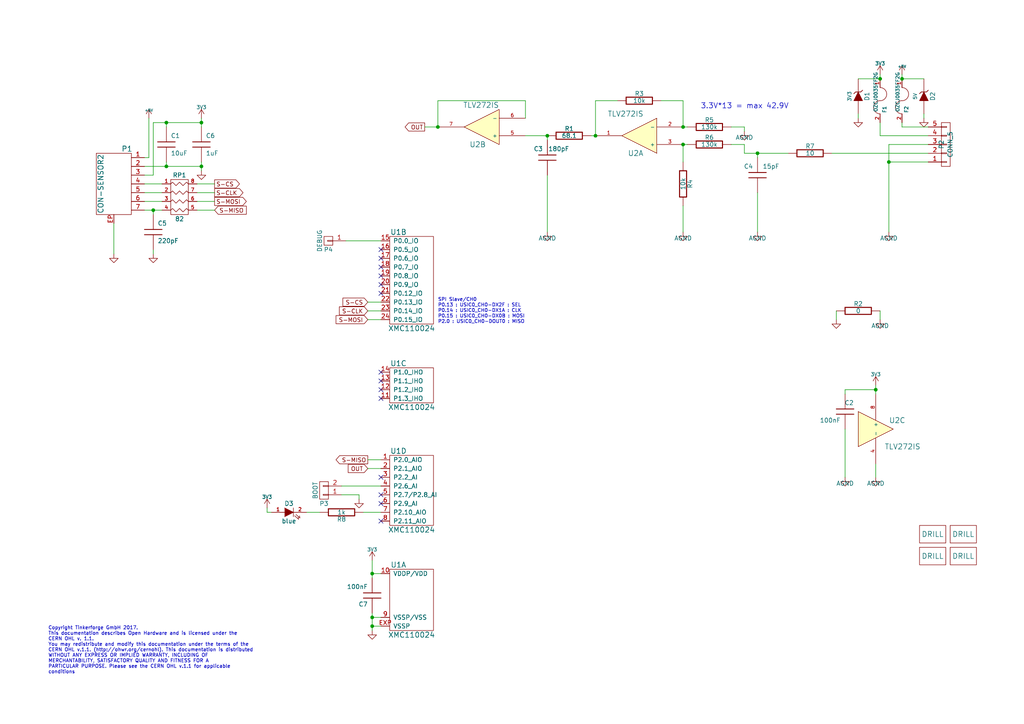
<source format=kicad_sch>
(kicad_sch (version 20211123) (generator eeschema)

  (uuid 88cdf561-1ff5-49fd-bebb-54f72dc39083)

  (paper "A4")

  (title_block
    (title "Analog IN")
    (date "2017-09-15")
    (rev "3.0")
    (company "Tinkerforge GmbH")
    (comment 1 "Licensed under CERN OHL v.1.1")
    (comment 2 "Copyright (©) 2017, L.Lauer <lukas@tinkerforge.com>")
  )

  (lib_symbols
    (symbol "tinkerforge:+5V" (power) (pin_names (offset 0)) (in_bom yes) (on_board yes)
      (property "Reference" "#PWR" (id 0) (at 0 -3.81 0)
        (effects (font (size 1.27 1.27)) hide)
      )
      (property "Value" "+5V" (id 1) (at 0 3.556 0)
        (effects (font (size 1.27 1.27)))
      )
      (property "Footprint" "" (id 2) (at 0 0 0)
        (effects (font (size 1.27 1.27)))
      )
      (property "Datasheet" "" (id 3) (at 0 0 0)
        (effects (font (size 1.27 1.27)))
      )
      (symbol "+5V_0_1"
        (polyline
          (pts
            (xy -0.762 1.27)
            (xy 0 2.54)
          )
          (stroke (width 0) (type default) (color 0 0 0 0))
          (fill (type none))
        )
        (polyline
          (pts
            (xy 0 0)
            (xy 0 2.54)
          )
          (stroke (width 0) (type default) (color 0 0 0 0))
          (fill (type none))
        )
        (polyline
          (pts
            (xy 0 2.54)
            (xy 0.762 1.27)
          )
          (stroke (width 0) (type default) (color 0 0 0 0))
          (fill (type none))
        )
      )
      (symbol "+5V_1_1"
        (pin power_in line (at 0 0 90) (length 0) hide
          (name "+5V" (effects (font (size 1.27 1.27))))
          (number "1" (effects (font (size 1.27 1.27))))
        )
      )
    )
    (symbol "tinkerforge:3V3" (power) (pin_names (offset 0)) (in_bom yes) (on_board yes)
      (property "Reference" "#PWR" (id 0) (at 0 -3.81 0)
        (effects (font (size 1.27 1.27)) hide)
      )
      (property "Value" "3V3" (id 1) (at 0 3.556 0)
        (effects (font (size 1.27 1.27)))
      )
      (property "Footprint" "" (id 2) (at 0 0 0)
        (effects (font (size 1.27 1.27)))
      )
      (property "Datasheet" "" (id 3) (at 0 0 0)
        (effects (font (size 1.27 1.27)))
      )
      (symbol "3V3_0_1"
        (polyline
          (pts
            (xy -0.762 1.27)
            (xy 0 2.54)
          )
          (stroke (width 0) (type default) (color 0 0 0 0))
          (fill (type none))
        )
        (polyline
          (pts
            (xy 0 0)
            (xy 0 2.54)
          )
          (stroke (width 0) (type default) (color 0 0 0 0))
          (fill (type none))
        )
        (polyline
          (pts
            (xy 0 2.54)
            (xy 0.762 1.27)
          )
          (stroke (width 0) (type default) (color 0 0 0 0))
          (fill (type none))
        )
      )
      (symbol "3V3_1_1"
        (pin power_in line (at 0 0 90) (length 0) hide
          (name "3V3" (effects (font (size 1.27 1.27))))
          (number "1" (effects (font (size 1.27 1.27))))
        )
      )
    )
    (symbol "tinkerforge:AGND" (power) (pin_names (offset 0)) (in_bom yes) (on_board yes)
      (property "Reference" "#PWR" (id 0) (at 0 -6.35 0)
        (effects (font (size 1.27 1.27)) hide)
      )
      (property "Value" "AGND" (id 1) (at 0 -5.08 0)
        (effects (font (size 1.27 1.27)))
      )
      (property "Footprint" "" (id 2) (at 0 0 0)
        (effects (font (size 1.27 1.27)))
      )
      (property "Datasheet" "" (id 3) (at 0 0 0)
        (effects (font (size 1.27 1.27)))
      )
      (property "ki_keywords" "POWER, PWR" (id 4) (at 0 0 0)
        (effects (font (size 1.27 1.27)) hide)
      )
      (symbol "AGND_0_1"
        (polyline
          (pts
            (xy 0 0)
            (xy 0 -1.27)
            (xy 1.27 -1.27)
            (xy 0 -2.54)
            (xy -1.27 -1.27)
            (xy 0 -1.27)
          )
          (stroke (width 0) (type default) (color 0 0 0 0))
          (fill (type none))
        )
      )
      (symbol "AGND_1_1"
        (pin power_in line (at 0 0 270) (length 0) hide
          (name "AGND" (effects (font (size 1.27 1.27))))
          (number "1" (effects (font (size 1.27 1.27))))
        )
      )
    )
    (symbol "tinkerforge:C" (pin_numbers hide) (pin_names (offset 0.254)) (in_bom yes) (on_board yes)
      (property "Reference" "C" (id 0) (at 1.27 2.54 0)
        (effects (font (size 1.27 1.27)) (justify left))
      )
      (property "Value" "C" (id 1) (at 1.27 -2.54 0)
        (effects (font (size 1.27 1.27)) (justify left))
      )
      (property "Footprint" "" (id 2) (at 0 0 0)
        (effects (font (size 1.524 1.524)))
      )
      (property "Datasheet" "" (id 3) (at 0 0 0)
        (effects (font (size 1.524 1.524)))
      )
      (property "ki_fp_filters" "SM* C? C1-1" (id 4) (at 0 0 0)
        (effects (font (size 1.27 1.27)) hide)
      )
      (symbol "C_0_1"
        (polyline
          (pts
            (xy -2.54 -0.762)
            (xy 2.54 -0.762)
          )
          (stroke (width 0.254) (type default) (color 0 0 0 0))
          (fill (type none))
        )
        (polyline
          (pts
            (xy -2.54 0.762)
            (xy 2.54 0.762)
          )
          (stroke (width 0.254) (type default) (color 0 0 0 0))
          (fill (type none))
        )
      )
      (symbol "C_1_1"
        (pin passive line (at 0 5.08 270) (length 4.318)
          (name "~" (effects (font (size 1.016 1.016))))
          (number "1" (effects (font (size 1.016 1.016))))
        )
        (pin passive line (at 0 -5.08 90) (length 4.318)
          (name "~" (effects (font (size 1.016 1.016))))
          (number "2" (effects (font (size 1.016 1.016))))
        )
      )
    )
    (symbol "tinkerforge:CON-SENSOR2" (pin_names (offset 1.016)) (in_bom yes) (on_board yes)
      (property "Reference" "P" (id 0) (at -3.81 10.16 0)
        (effects (font (size 1.524 1.524)))
      )
      (property "Value" "CON-SENSOR2" (id 1) (at 3.81 0 90)
        (effects (font (size 1.524 1.524)))
      )
      (property "Footprint" "" (id 2) (at 2.54 -3.81 0)
        (effects (font (size 1.524 1.524)))
      )
      (property "Datasheet" "" (id 3) (at 2.54 -3.81 0)
        (effects (font (size 1.524 1.524)))
      )
      (property "ki_fp_filters" "CON-SENSOR2" (id 4) (at 0 0 0)
        (effects (font (size 1.27 1.27)) hide)
      )
      (symbol "CON-SENSOR2_0_1"
        (rectangle (start -5.08 8.89) (end 5.08 -8.89)
          (stroke (width 0) (type default) (color 0 0 0 0))
          (fill (type none))
        )
      )
      (symbol "CON-SENSOR2_1_1"
        (pin passive line (at -8.89 7.62 0) (length 3.81)
          (name "~" (effects (font (size 1.27 1.27))))
          (number "1" (effects (font (size 1.27 1.27))))
        )
        (pin passive line (at -8.89 5.08 0) (length 3.81)
          (name "~" (effects (font (size 1.27 1.27))))
          (number "2" (effects (font (size 1.27 1.27))))
        )
        (pin passive line (at -8.89 2.54 0) (length 3.81)
          (name "~" (effects (font (size 1.27 1.27))))
          (number "3" (effects (font (size 1.27 1.27))))
        )
        (pin passive line (at -8.89 0 0) (length 3.81)
          (name "~" (effects (font (size 1.27 1.27))))
          (number "4" (effects (font (size 1.27 1.27))))
        )
        (pin passive line (at -8.89 -2.54 0) (length 3.81)
          (name "~" (effects (font (size 1.27 1.27))))
          (number "5" (effects (font (size 1.27 1.27))))
        )
        (pin passive line (at -8.89 -5.08 0) (length 3.81)
          (name "~" (effects (font (size 1.27 1.27))))
          (number "6" (effects (font (size 1.27 1.27))))
        )
        (pin passive line (at -8.89 -7.62 0) (length 3.81)
          (name "~" (effects (font (size 1.27 1.27))))
          (number "7" (effects (font (size 1.27 1.27))))
        )
        (pin passive line (at 0 -11.43 90) (length 2.54)
          (name "~" (effects (font (size 1.27 1.27))))
          (number "EP" (effects (font (size 1.27 1.27))))
        )
      )
    )
    (symbol "tinkerforge:CONN_01X01" (pin_names (offset 1.016) hide) (in_bom yes) (on_board yes)
      (property "Reference" "P" (id 0) (at 0 2.54 0)
        (effects (font (size 1.27 1.27)))
      )
      (property "Value" "CONN_01X01" (id 1) (at 2.54 0 90)
        (effects (font (size 1.27 1.27)))
      )
      (property "Footprint" "" (id 2) (at 0 0 0)
        (effects (font (size 1.27 1.27)))
      )
      (property "Datasheet" "" (id 3) (at 0 0 0)
        (effects (font (size 1.27 1.27)))
      )
      (property "ki_description" "Connector 01x01" (id 4) (at 0 0 0)
        (effects (font (size 1.27 1.27)) hide)
      )
      (property "ki_fp_filters" "Pin_Header_Straight_1X01 Pin_Header_Angled_1X01 Socket_Strip_Straight_1X01 Socket_Strip_Angled_1X01" (id 5) (at 0 0 0)
        (effects (font (size 1.27 1.27)) hide)
      )
      (symbol "CONN_01X01_0_1"
        (rectangle (start -1.27 0.127) (end 0.254 -0.127)
          (stroke (width 0) (type default) (color 0 0 0 0))
          (fill (type none))
        )
        (rectangle (start -1.27 1.27) (end 1.27 -1.27)
          (stroke (width 0) (type default) (color 0 0 0 0))
          (fill (type none))
        )
      )
      (symbol "CONN_01X01_1_1"
        (pin passive line (at -5.08 0 0) (length 3.81)
          (name "P1" (effects (font (size 1.27 1.27))))
          (number "1" (effects (font (size 1.27 1.27))))
        )
      )
    )
    (symbol "tinkerforge:CONN_01X02" (pin_names (offset 1.016) hide) (in_bom yes) (on_board yes)
      (property "Reference" "P" (id 0) (at 0 3.81 0)
        (effects (font (size 1.27 1.27)))
      )
      (property "Value" "CONN_01X02" (id 1) (at 2.54 0 90)
        (effects (font (size 1.27 1.27)))
      )
      (property "Footprint" "" (id 2) (at 0 0 0)
        (effects (font (size 1.27 1.27)))
      )
      (property "Datasheet" "" (id 3) (at 0 0 0)
        (effects (font (size 1.27 1.27)))
      )
      (property "ki_description" "Connector 01x02" (id 4) (at 0 0 0)
        (effects (font (size 1.27 1.27)) hide)
      )
      (property "ki_fp_filters" "Pin_Header_Straight_1X02 Pin_Header_Angled_1X02 Socket_Strip_Straight_1X02 Socket_Strip_Angled_1X02" (id 5) (at 0 0 0)
        (effects (font (size 1.27 1.27)) hide)
      )
      (symbol "CONN_01X02_0_1"
        (rectangle (start -1.27 -1.143) (end 0.254 -1.397)
          (stroke (width 0) (type default) (color 0 0 0 0))
          (fill (type none))
        )
        (rectangle (start -1.27 1.397) (end 0.254 1.143)
          (stroke (width 0) (type default) (color 0 0 0 0))
          (fill (type none))
        )
        (rectangle (start -1.27 2.54) (end 1.27 -2.54)
          (stroke (width 0) (type default) (color 0 0 0 0))
          (fill (type none))
        )
      )
      (symbol "CONN_01X02_1_1"
        (pin passive line (at -5.08 1.27 0) (length 3.81)
          (name "P1" (effects (font (size 1.27 1.27))))
          (number "1" (effects (font (size 1.27 1.27))))
        )
        (pin passive line (at -5.08 -1.27 0) (length 3.81)
          (name "P2" (effects (font (size 1.27 1.27))))
          (number "2" (effects (font (size 1.27 1.27))))
        )
      )
    )
    (symbol "tinkerforge:CONN_01X05" (pin_names (offset 1.016) hide) (in_bom yes) (on_board yes)
      (property "Reference" "P" (id 0) (at 0 7.62 0)
        (effects (font (size 1.27 1.27)))
      )
      (property "Value" "CONN_01X05" (id 1) (at 2.54 0 90)
        (effects (font (size 1.27 1.27)))
      )
      (property "Footprint" "" (id 2) (at 0 0 0)
        (effects (font (size 1.27 1.27)))
      )
      (property "Datasheet" "" (id 3) (at 0 0 0)
        (effects (font (size 1.27 1.27)))
      )
      (property "ki_description" "Connector 01x05" (id 4) (at 0 0 0)
        (effects (font (size 1.27 1.27)) hide)
      )
      (property "ki_fp_filters" "Pin_Header_Straight_1X05 Pin_Header_Angled_1X05 Socket_Strip_Straight_1X05 Socket_Strip_Angled_1X05" (id 5) (at 0 0 0)
        (effects (font (size 1.27 1.27)) hide)
      )
      (symbol "CONN_01X05_0_1"
        (rectangle (start -1.27 -4.953) (end 0.254 -5.207)
          (stroke (width 0) (type default) (color 0 0 0 0))
          (fill (type none))
        )
        (rectangle (start -1.27 -2.413) (end 0.254 -2.667)
          (stroke (width 0) (type default) (color 0 0 0 0))
          (fill (type none))
        )
        (rectangle (start -1.27 0.127) (end 0.254 -0.127)
          (stroke (width 0) (type default) (color 0 0 0 0))
          (fill (type none))
        )
        (rectangle (start -1.27 2.667) (end 0.254 2.413)
          (stroke (width 0) (type default) (color 0 0 0 0))
          (fill (type none))
        )
        (rectangle (start -1.27 5.207) (end 0.254 4.953)
          (stroke (width 0) (type default) (color 0 0 0 0))
          (fill (type none))
        )
        (rectangle (start -1.27 6.35) (end 1.27 -6.35)
          (stroke (width 0) (type default) (color 0 0 0 0))
          (fill (type none))
        )
      )
      (symbol "CONN_01X05_1_1"
        (pin passive line (at -5.08 5.08 0) (length 3.81)
          (name "P1" (effects (font (size 1.27 1.27))))
          (number "1" (effects (font (size 1.27 1.27))))
        )
        (pin passive line (at -5.08 2.54 0) (length 3.81)
          (name "P2" (effects (font (size 1.27 1.27))))
          (number "2" (effects (font (size 1.27 1.27))))
        )
        (pin passive line (at -5.08 0 0) (length 3.81)
          (name "P3" (effects (font (size 1.27 1.27))))
          (number "3" (effects (font (size 1.27 1.27))))
        )
        (pin passive line (at -5.08 -2.54 0) (length 3.81)
          (name "P4" (effects (font (size 1.27 1.27))))
          (number "4" (effects (font (size 1.27 1.27))))
        )
        (pin passive line (at -5.08 -5.08 0) (length 3.81)
          (name "P5" (effects (font (size 1.27 1.27))))
          (number "5" (effects (font (size 1.27 1.27))))
        )
      )
    )
    (symbol "tinkerforge:DRILL" (pin_numbers hide) (pin_names (offset 0) hide) (in_bom yes) (on_board yes)
      (property "Reference" "" (id 0) (at 0 0 0)
        (effects (font (size 1.524 1.524)) hide)
      )
      (property "Value" "DRILL" (id 1) (at 0 0 0)
        (effects (font (size 1.524 1.524)))
      )
      (property "Footprint" "" (id 2) (at 0 0 0)
        (effects (font (size 1.524 1.524)))
      )
      (property "Datasheet" "" (id 3) (at 0 0 0)
        (effects (font (size 1.524 1.524)))
      )
      (symbol "DRILL_0_1"
        (rectangle (start -3.81 2.54) (end 3.81 -2.54)
          (stroke (width 0) (type default) (color 0 0 0 0))
          (fill (type none))
        )
      )
    )
    (symbol "tinkerforge:FUSE" (pin_names (offset 0.254)) (in_bom yes) (on_board yes)
      (property "Reference" "F" (id 0) (at 2.54 1.27 0)
        (effects (font (size 1.27 1.27)))
      )
      (property "Value" "FUSE" (id 1) (at -2.54 -1.27 0)
        (effects (font (size 1.27 1.27)))
      )
      (property "Footprint" "" (id 2) (at 0 0 0)
        (effects (font (size 1.27 1.27)))
      )
      (property "Datasheet" "" (id 3) (at 0 0 0)
        (effects (font (size 1.27 1.27)))
      )
      (symbol "FUSE_0_1"
        (arc (start 0 0) (mid -1.905 1.905) (end -3.81 0)
          (stroke (width 0) (type default) (color 0 0 0 0))
          (fill (type none))
        )
        (arc (start 0 0) (mid 1.905 -1.905) (end 3.81 0)
          (stroke (width 0) (type default) (color 0 0 0 0))
          (fill (type none))
        )
      )
      (symbol "FUSE_1_1"
        (pin input line (at -6.35 0 0) (length 2.54)
          (name "~" (effects (font (size 1.016 1.016))))
          (number "1" (effects (font (size 1.016 1.016))))
        )
        (pin input line (at 6.35 0 180) (length 2.54)
          (name "~" (effects (font (size 1.016 1.016))))
          (number "2" (effects (font (size 1.016 1.016))))
        )
      )
    )
    (symbol "tinkerforge:GND" (power) (pin_names (offset 0)) (in_bom yes) (on_board yes)
      (property "Reference" "#PWR" (id 0) (at 0 -6.35 0)
        (effects (font (size 1.27 1.27)) hide)
      )
      (property "Value" "GND" (id 1) (at 0 -5.08 0)
        (effects (font (size 1.27 1.27)))
      )
      (property "Footprint" "" (id 2) (at 0 0 0)
        (effects (font (size 1.27 1.27)))
      )
      (property "Datasheet" "" (id 3) (at 0 0 0)
        (effects (font (size 1.27 1.27)))
      )
      (symbol "GND_0_1"
        (polyline
          (pts
            (xy 0 0)
            (xy 0 -1.27)
            (xy 1.27 -1.27)
            (xy 0 -2.54)
            (xy -1.27 -1.27)
            (xy 0 -1.27)
          )
          (stroke (width 0) (type default) (color 0 0 0 0))
          (fill (type none))
        )
      )
      (symbol "GND_1_1"
        (pin power_in line (at 0 0 270) (length 0) hide
          (name "GND" (effects (font (size 1.27 1.27))))
          (number "1" (effects (font (size 1.27 1.27))))
        )
      )
    )
    (symbol "tinkerforge:LED" (pin_names (offset 1.016) hide) (in_bom yes) (on_board yes)
      (property "Reference" "D" (id 0) (at 0 2.54 0)
        (effects (font (size 1.27 1.27)))
      )
      (property "Value" "LED" (id 1) (at 0 -2.54 0)
        (effects (font (size 1.27 1.27)))
      )
      (property "Footprint" "" (id 2) (at 0 0 0)
        (effects (font (size 1.27 1.27)))
      )
      (property "Datasheet" "" (id 3) (at 0 0 0)
        (effects (font (size 1.27 1.27)))
      )
      (property "ki_keywords" "LED" (id 4) (at 0 0 0)
        (effects (font (size 1.27 1.27)) hide)
      )
      (property "ki_fp_filters" "LED-3MM LED-5MM LED-10MM LED-0603 LED-0805 LED-1206 LEDV" (id 5) (at 0 0 0)
        (effects (font (size 1.27 1.27)) hide)
      )
      (symbol "LED_0_1"
        (polyline
          (pts
            (xy 1.27 1.27)
            (xy 1.27 -1.27)
          )
          (stroke (width 0) (type default) (color 0 0 0 0))
          (fill (type none))
        )
        (polyline
          (pts
            (xy -1.27 1.27)
            (xy 1.27 0)
            (xy -1.27 -1.27)
          )
          (stroke (width 0) (type default) (color 0 0 0 0))
          (fill (type outline))
        )
        (polyline
          (pts
            (xy 1.651 -1.016)
            (xy 2.794 -2.032)
            (xy 2.667 -1.397)
          )
          (stroke (width 0) (type default) (color 0 0 0 0))
          (fill (type none))
        )
        (polyline
          (pts
            (xy 2.032 -0.635)
            (xy 3.175 -1.651)
            (xy 3.048 -1.016)
          )
          (stroke (width 0) (type default) (color 0 0 0 0))
          (fill (type none))
        )
      )
      (symbol "LED_1_1"
        (pin passive line (at -5.08 0 0) (length 3.81)
          (name "A" (effects (font (size 1.016 1.016))))
          (number "1" (effects (font (size 1.016 1.016))))
        )
        (pin passive line (at 5.08 0 180) (length 3.81)
          (name "K" (effects (font (size 1.016 1.016))))
          (number "2" (effects (font (size 1.016 1.016))))
        )
      )
    )
    (symbol "tinkerforge:R" (pin_numbers hide) (pin_names (offset 0)) (in_bom yes) (on_board yes)
      (property "Reference" "R" (id 0) (at 2.032 0 90)
        (effects (font (size 1.27 1.27)))
      )
      (property "Value" "R" (id 1) (at 0 0 90)
        (effects (font (size 1.27 1.27)))
      )
      (property "Footprint" "" (id 2) (at 0 0 0)
        (effects (font (size 1.524 1.524)))
      )
      (property "Datasheet" "" (id 3) (at 0 0 0)
        (effects (font (size 1.524 1.524)))
      )
      (property "ki_fp_filters" "R? SM0603 SM0805 R?-*" (id 4) (at 0 0 0)
        (effects (font (size 1.27 1.27)) hide)
      )
      (symbol "R_0_1"
        (rectangle (start -1.016 3.81) (end 1.016 -3.81)
          (stroke (width 0.3048) (type default) (color 0 0 0 0))
          (fill (type none))
        )
      )
      (symbol "R_1_1"
        (pin passive line (at 0 6.35 270) (length 2.54)
          (name "~" (effects (font (size 1.524 1.524))))
          (number "1" (effects (font (size 1.524 1.524))))
        )
        (pin passive line (at 0 -6.35 90) (length 2.54)
          (name "~" (effects (font (size 1.524 1.524))))
          (number "2" (effects (font (size 1.524 1.524))))
        )
      )
    )
    (symbol "tinkerforge:R_PACK4" (pin_names hide) (in_bom yes) (on_board yes)
      (property "Reference" "RP" (id 0) (at 0 11.43 0)
        (effects (font (size 1.27 1.27)))
      )
      (property "Value" "R_PACK4" (id 1) (at 0 -1.27 0)
        (effects (font (size 1.27 1.27)))
      )
      (property "Footprint" "" (id 2) (at 0 0 0)
        (effects (font (size 1.27 1.27)))
      )
      (property "Datasheet" "" (id 3) (at 0 0 0)
        (effects (font (size 1.27 1.27)))
      )
      (property "ki_keywords" "R DEV" (id 4) (at 0 0 0)
        (effects (font (size 1.27 1.27)) hide)
      )
      (property "ki_description" "4 resistors Pack" (id 5) (at 0 0 0)
        (effects (font (size 1.27 1.27)) hide)
      )
      (symbol "R_PACK4_0_1"
        (polyline
          (pts
            (xy -2.54 10.16)
            (xy -2.54 0)
            (xy 2.54 0)
            (xy 2.54 10.16)
            (xy -2.54 10.16)
          )
          (stroke (width 0) (type default) (color 0 0 0 0))
          (fill (type none))
        )
        (polyline
          (pts
            (xy -2.54 1.27)
            (xy -2.032 1.778)
            (xy -1.016 0.762)
            (xy 0 1.778)
            (xy 1.016 0.762)
            (xy 2.032 1.778)
            (xy 2.54 1.27)
          )
          (stroke (width 0) (type default) (color 0 0 0 0))
          (fill (type none))
        )
        (polyline
          (pts
            (xy -2.54 3.81)
            (xy -2.032 4.318)
            (xy -1.016 3.302)
            (xy 0 4.318)
            (xy 1.016 3.302)
            (xy 2.032 4.318)
            (xy 2.54 3.81)
          )
          (stroke (width 0) (type default) (color 0 0 0 0))
          (fill (type none))
        )
        (polyline
          (pts
            (xy -2.54 6.35)
            (xy -2.032 6.858)
            (xy -1.016 5.842)
            (xy 0 6.858)
            (xy 1.016 5.842)
            (xy 2.032 6.858)
            (xy 2.54 6.35)
          )
          (stroke (width 0) (type default) (color 0 0 0 0))
          (fill (type none))
        )
        (polyline
          (pts
            (xy -2.54 8.89)
            (xy -2.032 9.398)
            (xy -1.016 8.382)
            (xy 0 9.398)
            (xy 1.016 8.382)
            (xy 2.032 9.398)
            (xy 2.54 8.89)
          )
          (stroke (width 0) (type default) (color 0 0 0 0))
          (fill (type none))
        )
      )
      (symbol "R_PACK4_1_1"
        (pin passive line (at -5.08 8.89 0) (length 2.54)
          (name "P1" (effects (font (size 1.016 1.016))))
          (number "1" (effects (font (size 1.016 1.016))))
        )
        (pin passive line (at -5.08 6.35 0) (length 2.54)
          (name "P2" (effects (font (size 1.016 1.016))))
          (number "2" (effects (font (size 1.016 1.016))))
        )
        (pin passive line (at -5.08 3.81 0) (length 2.54)
          (name "P3" (effects (font (size 1.016 1.016))))
          (number "3" (effects (font (size 1.016 1.016))))
        )
        (pin passive line (at -5.08 1.27 0) (length 2.54)
          (name "P4" (effects (font (size 1.016 1.016))))
          (number "4" (effects (font (size 1.016 1.016))))
        )
        (pin passive line (at 5.08 1.27 180) (length 2.54)
          (name "R4" (effects (font (size 1.016 1.016))))
          (number "5" (effects (font (size 1.016 1.016))))
        )
        (pin passive line (at 5.08 3.81 180) (length 2.54)
          (name "R3" (effects (font (size 1.016 1.016))))
          (number "6" (effects (font (size 1.016 1.016))))
        )
        (pin passive line (at 5.08 6.35 180) (length 2.54)
          (name "R2" (effects (font (size 1.016 1.016))))
          (number "7" (effects (font (size 1.016 1.016))))
        )
        (pin passive line (at 5.08 8.89 180) (length 2.54)
          (name "R1" (effects (font (size 1.016 1.016))))
          (number "8" (effects (font (size 1.016 1.016))))
        )
      )
    )
    (symbol "tinkerforge:TLV272" (in_bom yes) (on_board yes)
      (property "Reference" "U" (id 0) (at 3.81 5.08 0)
        (effects (font (size 1.524 1.524)) (justify left))
      )
      (property "Value" "TLV272" (id 1) (at 3.81 -6.35 0)
        (effects (font (size 1.524 1.524)) (justify left))
      )
      (property "Footprint" "" (id 2) (at 0 0 0)
        (effects (font (size 1.524 1.524)))
      )
      (property "Datasheet" "" (id 3) (at 0 0 0)
        (effects (font (size 1.524 1.524)))
      )
      (property "ki_locked" "" (id 4) (at 0 0 0)
        (effects (font (size 1.27 1.27)))
      )
      (symbol "TLV272_0_1"
        (polyline
          (pts
            (xy -5.08 5.08)
            (xy 5.08 0)
            (xy -5.08 -5.08)
            (xy -5.08 5.08)
          )
          (stroke (width 0.1524) (type default) (color 0 0 0 0))
          (fill (type background))
        )
      )
      (symbol "TLV272_1_1"
        (pin output line (at 12.7 0 180) (length 7.62)
          (name "~" (effects (font (size 1.016 1.016))))
          (number "1" (effects (font (size 1.016 1.016))))
        )
        (pin input line (at -12.7 -2.54 0) (length 7.62)
          (name "-" (effects (font (size 1.016 1.016))))
          (number "2" (effects (font (size 1.016 1.016))))
        )
        (pin input line (at -12.7 2.54 0) (length 7.62)
          (name "+" (effects (font (size 1.016 1.016))))
          (number "3" (effects (font (size 1.016 1.016))))
        )
      )
      (symbol "TLV272_2_1"
        (pin passive line (at -12.7 2.54 0) (length 7.62)
          (name "+" (effects (font (size 1.016 1.016))))
          (number "5" (effects (font (size 1.016 1.016))))
        )
        (pin passive line (at -12.7 -2.54 0) (length 7.62)
          (name "-" (effects (font (size 1.016 1.016))))
          (number "6" (effects (font (size 1.016 1.016))))
        )
        (pin passive line (at 12.7 0 180) (length 7.62)
          (name "~" (effects (font (size 1.016 1.016))))
          (number "7" (effects (font (size 1.016 1.016))))
        )
      )
      (symbol "TLV272_3_1"
        (pin input line (at 0 -10.16 90) (length 7.62)
          (name "-" (effects (font (size 1.016 1.016))))
          (number "4" (effects (font (size 1.016 1.016))))
        )
        (pin input line (at 0 10.16 270) (length 7.62)
          (name "+" (effects (font (size 1.016 1.016))))
          (number "8" (effects (font (size 1.016 1.016))))
        )
      )
    )
    (symbol "tinkerforge:XMC1XXX24" (pin_names (offset 1.016)) (in_bom yes) (on_board yes)
      (property "Reference" "U" (id 0) (at -3.81 15.24 0)
        (effects (font (size 1.524 1.524)))
      )
      (property "Value" "XMC1XXX24" (id 1) (at 0 -16.51 0)
        (effects (font (size 1.524 1.524)))
      )
      (property "Footprint" "" (id 2) (at 3.81 19.05 0)
        (effects (font (size 1.524 1.524)))
      )
      (property "Datasheet" "" (id 3) (at 3.81 19.05 0)
        (effects (font (size 1.524 1.524)))
      )
      (symbol "XMC1XXX24_1_1"
        (rectangle (start -6.35 8.89) (end 6.35 -8.89)
          (stroke (width 0) (type default) (color 0 0 0 0))
          (fill (type none))
        )
        (pin passive line (at -8.89 7.62 0) (length 2.54)
          (name "VDDP/VDD" (effects (font (size 1.27 1.27))))
          (number "10" (effects (font (size 1.27 1.27))))
        )
        (pin passive line (at -8.89 -5.08 0) (length 2.54)
          (name "VSSP/VSS" (effects (font (size 1.27 1.27))))
          (number "9" (effects (font (size 1.27 1.27))))
        )
        (pin passive line (at -8.89 -7.62 0) (length 2.54)
          (name "VSSP" (effects (font (size 1.27 1.27))))
          (number "EXP" (effects (font (size 1.27 1.27))))
        )
      )
      (symbol "XMC1XXX24_2_1"
        (rectangle (start -6.35 12.7) (end 6.35 -12.7)
          (stroke (width 0) (type default) (color 0 0 0 0))
          (fill (type none))
        )
        (pin passive line (at -8.89 11.43 0) (length 2.54)
          (name "P0.0_IO" (effects (font (size 1.27 1.27))))
          (number "15" (effects (font (size 1.27 1.27))))
        )
        (pin passive line (at -8.89 8.89 0) (length 2.54)
          (name "P0.5_IO" (effects (font (size 1.27 1.27))))
          (number "16" (effects (font (size 1.27 1.27))))
        )
        (pin passive line (at -8.89 6.35 0) (length 2.54)
          (name "P0.6_IO" (effects (font (size 1.27 1.27))))
          (number "17" (effects (font (size 1.27 1.27))))
        )
        (pin passive line (at -8.89 3.81 0) (length 2.54)
          (name "P0.7_IO" (effects (font (size 1.27 1.27))))
          (number "18" (effects (font (size 1.27 1.27))))
        )
        (pin passive line (at -8.89 1.27 0) (length 2.54)
          (name "P0.8_IO" (effects (font (size 1.27 1.27))))
          (number "19" (effects (font (size 1.27 1.27))))
        )
        (pin passive line (at -8.89 -1.27 0) (length 2.54)
          (name "P0.9_IO" (effects (font (size 1.27 1.27))))
          (number "20" (effects (font (size 1.27 1.27))))
        )
        (pin passive line (at -8.89 -3.81 0) (length 2.54)
          (name "P0.12_IO" (effects (font (size 1.27 1.27))))
          (number "21" (effects (font (size 1.27 1.27))))
        )
        (pin passive line (at -8.89 -6.35 0) (length 2.54)
          (name "P0.13_IO" (effects (font (size 1.27 1.27))))
          (number "22" (effects (font (size 1.27 1.27))))
        )
        (pin passive line (at -8.89 -8.89 0) (length 2.54)
          (name "P0.14_IO" (effects (font (size 1.27 1.27))))
          (number "23" (effects (font (size 1.27 1.27))))
        )
        (pin passive line (at -8.89 -11.43 0) (length 2.54)
          (name "P0.15_IO" (effects (font (size 1.27 1.27))))
          (number "24" (effects (font (size 1.27 1.27))))
        )
      )
      (symbol "XMC1XXX24_3_1"
        (rectangle (start -6.35 5.08) (end 6.35 -5.08)
          (stroke (width 0) (type default) (color 0 0 0 0))
          (fill (type none))
        )
        (pin passive line (at -8.89 -3.81 0) (length 2.54)
          (name "P1.3_IHO" (effects (font (size 1.27 1.27))))
          (number "11" (effects (font (size 1.27 1.27))))
        )
        (pin passive line (at -8.89 -1.27 0) (length 2.54)
          (name "P1.2_IHO" (effects (font (size 1.27 1.27))))
          (number "12" (effects (font (size 1.27 1.27))))
        )
        (pin passive line (at -8.89 1.27 0) (length 2.54)
          (name "P1.1_IHO" (effects (font (size 1.27 1.27))))
          (number "13" (effects (font (size 1.27 1.27))))
        )
        (pin passive line (at -8.89 3.81 0) (length 2.54)
          (name "P1.0_IHO" (effects (font (size 1.27 1.27))))
          (number "14" (effects (font (size 1.27 1.27))))
        )
      )
      (symbol "XMC1XXX24_4_1"
        (rectangle (start -6.35 10.16) (end 6.35 -10.16)
          (stroke (width 0) (type default) (color 0 0 0 0))
          (fill (type none))
        )
        (pin passive line (at -8.89 8.89 0) (length 2.54)
          (name "P2.0_AIO" (effects (font (size 1.27 1.27))))
          (number "1" (effects (font (size 1.27 1.27))))
        )
        (pin passive line (at -8.89 6.35 0) (length 2.54)
          (name "P2.1_AIO" (effects (font (size 1.27 1.27))))
          (number "2" (effects (font (size 1.27 1.27))))
        )
        (pin passive line (at -8.89 3.81 0) (length 2.54)
          (name "P2.2_AI" (effects (font (size 1.27 1.27))))
          (number "3" (effects (font (size 1.27 1.27))))
        )
        (pin passive line (at -8.89 1.27 0) (length 2.54)
          (name "P2.6_AI" (effects (font (size 1.27 1.27))))
          (number "4" (effects (font (size 1.27 1.27))))
        )
        (pin passive line (at -8.89 -1.27 0) (length 2.54)
          (name "P2.7/P2.8_AI" (effects (font (size 1.27 1.27))))
          (number "5" (effects (font (size 1.27 1.27))))
        )
        (pin passive line (at -8.89 -3.81 0) (length 2.54)
          (name "P2.9_AI" (effects (font (size 1.27 1.27))))
          (number "6" (effects (font (size 1.27 1.27))))
        )
        (pin passive line (at -8.89 -6.35 0) (length 2.54)
          (name "P2.10_AIO" (effects (font (size 1.27 1.27))))
          (number "7" (effects (font (size 1.27 1.27))))
        )
        (pin passive line (at -8.89 -8.89 0) (length 2.54)
          (name "P2.11_AIO" (effects (font (size 1.27 1.27))))
          (number "8" (effects (font (size 1.27 1.27))))
        )
      )
    )
    (symbol "tinkerforge:ZENER" (pin_numbers hide) (pin_names (offset 1.016) hide) (in_bom yes) (on_board yes)
      (property "Reference" "D" (id 0) (at 0 2.54 0)
        (effects (font (size 1.27 1.27)))
      )
      (property "Value" "ZENER" (id 1) (at 0 -2.54 0)
        (effects (font (size 1.27 1.27)))
      )
      (property "Footprint" "" (id 2) (at 0 0 0)
        (effects (font (size 1.27 1.27)))
      )
      (property "Datasheet" "" (id 3) (at 0 0 0)
        (effects (font (size 1.27 1.27)))
      )
      (property "ki_keywords" "DEV DIODE" (id 4) (at 0 0 0)
        (effects (font (size 1.27 1.27)) hide)
      )
      (property "ki_description" "Diode zener" (id 5) (at 0 0 0)
        (effects (font (size 1.27 1.27)) hide)
      )
      (property "ki_fp_filters" "D? SO* SM*" (id 6) (at 0 0 0)
        (effects (font (size 1.27 1.27)) hide)
      )
      (symbol "ZENER_0_1"
        (polyline
          (pts
            (xy -1.778 1.27)
            (xy -1.27 0.762)
            (xy -1.27 -0.762)
            (xy -0.762 -1.27)
            (xy -0.762 -1.27)
          )
          (stroke (width 0.2032) (type default) (color 0 0 0 0))
          (fill (type none))
        )
        (polyline
          (pts
            (xy -1.27 0)
            (xy 1.27 1.27)
            (xy 1.27 -1.27)
            (xy -1.27 0)
            (xy -1.27 0)
          )
          (stroke (width 0) (type default) (color 0 0 0 0))
          (fill (type outline))
        )
      )
      (symbol "ZENER_1_1"
        (pin passive line (at 5.08 0 180) (length 3.81)
          (name "A" (effects (font (size 1.27 1.27))))
          (number "1" (effects (font (size 1.27 1.27))))
        )
        (pin passive line (at -5.08 0 0) (length 3.81)
          (name "K" (effects (font (size 1.27 1.27))))
          (number "2" (effects (font (size 1.27 1.27))))
        )
      )
    )
  )

  (junction (at 44.45 60.96) (diameter 0) (color 0 0 0 0)
    (uuid 11c43ab3-34e3-47fc-a8b4-88e1226c709e)
  )
  (junction (at 255.27 22.86) (diameter 0) (color 0 0 0 0)
    (uuid 38dcdb45-30da-487d-af44-bdfaeca33516)
  )
  (junction (at 198.12 36.83) (diameter 0) (color 0 0 0 0)
    (uuid 3b8137e7-f528-40cb-a4f3-753c12cf1125)
  )
  (junction (at 58.42 48.26) (diameter 0) (color 0 0 0 0)
    (uuid 4a529957-35a4-4489-bf15-d8b7b1ba498d)
  )
  (junction (at 48.26 35.56) (diameter 0) (color 0 0 0 0)
    (uuid 4d82f1cc-a046-4a23-a4cc-00be4ca1ebd5)
  )
  (junction (at 107.95 166.37) (diameter 0) (color 0 0 0 0)
    (uuid 4da2ee7a-0fbb-40e9-8207-1e1ce7a75a64)
  )
  (junction (at 158.75 39.37) (diameter 0) (color 0 0 0 0)
    (uuid 5964c10d-1e8c-4986-b5f6-c1b8c9f59f47)
  )
  (junction (at 219.71 44.45) (diameter 0) (color 0 0 0 0)
    (uuid 68853741-d4e2-474f-b985-fbdb6c948cf9)
  )
  (junction (at 107.95 181.61) (diameter 0) (color 0 0 0 0)
    (uuid 7ec22caa-6f62-4133-b17b-0425fe08be7e)
  )
  (junction (at 198.12 41.91) (diameter 0) (color 0 0 0 0)
    (uuid 852d1caf-d039-48dc-b5ed-aedba56b0fdf)
  )
  (junction (at 257.81 46.99) (diameter 0) (color 0 0 0 0)
    (uuid 91ddf3ca-2c95-4cb8-b447-3a288470ed7b)
  )
  (junction (at 172.72 39.37) (diameter 0) (color 0 0 0 0)
    (uuid 95289696-0065-4801-97c7-54d318ee2abf)
  )
  (junction (at 261.62 22.86) (diameter 0) (color 0 0 0 0)
    (uuid ad09b2fe-aa6b-4d62-b591-55e7781b995d)
  )
  (junction (at 48.26 48.26) (diameter 0) (color 0 0 0 0)
    (uuid b62139c9-c085-43fa-b2bc-e7432d9dc878)
  )
  (junction (at 127 36.83) (diameter 0) (color 0 0 0 0)
    (uuid b7dd5e24-6713-41e4-a18d-ada564dd4c1d)
  )
  (junction (at 254 113.03) (diameter 0) (color 0 0 0 0)
    (uuid c63cfb24-541b-4892-b4be-8fa48a6bbe96)
  )
  (junction (at 107.95 179.07) (diameter 0) (color 0 0 0 0)
    (uuid cc0a5358-46bc-40ea-ab84-ea0adcd8a3bc)
  )
  (junction (at 58.42 35.56) (diameter 0) (color 0 0 0 0)
    (uuid f95cf73c-669e-45a5-8127-46b5fd4de001)
  )

  (no_connect (at 110.49 143.51) (uuid 013f04ae-ccf5-4434-b03e-d0fd87505bf7))
  (no_connect (at 110.49 151.13) (uuid 01760c93-2920-4488-b2ca-a96712f70d17))
  (no_connect (at 110.49 77.47) (uuid 16395145-972b-4295-8bce-9125938fd1f3))
  (no_connect (at 110.49 74.93) (uuid 281dc35a-e370-42e6-a24c-1181cda3354c))
  (no_connect (at 110.49 110.49) (uuid 3c2a7aa9-94f4-4249-940b-7f0808c27260))
  (no_connect (at 110.49 80.01) (uuid 44de76e8-5e52-4e7d-8448-f6f6bb929204))
  (no_connect (at 110.49 146.05) (uuid 506633f1-bbbd-4d49-9dba-bf6cb615489d))
  (no_connect (at 110.49 138.43) (uuid 74365aef-198a-4f5b-9388-d4f9e4e15698))
  (no_connect (at 110.49 85.09) (uuid 7504a5c0-6ace-46e6-8ea2-799ff87656ee))
  (no_connect (at 110.49 82.55) (uuid 75142462-88f5-4ea8-8f7b-9bacdf2d78e4))
  (no_connect (at 110.49 113.03) (uuid 775cee22-8a84-4ad5-9f49-39b9b27393cd))
  (no_connect (at 110.49 107.95) (uuid 8783e15e-8a04-4f40-8c88-273754ac87e9))
  (no_connect (at 110.49 115.57) (uuid bfeb07ff-a181-4c2d-9207-791d0cd7b0c3))
  (no_connect (at 110.49 72.39) (uuid d74715f5-df1b-47ed-a0ad-64513a6ab60f))

  (wire (pts (xy 44.45 72.39) (xy 44.45 73.66))
    (stroke (width 0) (type default) (color 0 0 0 0))
    (uuid 0691049d-0033-4c64-9cab-e2a2d5526a6c)
  )
  (wire (pts (xy 198.12 67.31) (xy 198.12 59.69))
    (stroke (width 0) (type default) (color 0 0 0 0))
    (uuid 08b3600c-fcae-40c5-a464-9f65801ba93c)
  )
  (wire (pts (xy 219.71 44.45) (xy 228.6 44.45))
    (stroke (width 0) (type default) (color 0 0 0 0))
    (uuid 0bd59634-adae-4298-81df-6668357c13d3)
  )
  (wire (pts (xy 48.26 48.26) (xy 58.42 48.26))
    (stroke (width 0) (type default) (color 0 0 0 0))
    (uuid 0c543e7f-fc64-45a7-948a-4229685a9f00)
  )
  (wire (pts (xy 198.12 36.83) (xy 198.12 29.21))
    (stroke (width 0) (type default) (color 0 0 0 0))
    (uuid 11d6b0c2-f0f8-42b9-93b4-0c5e79bf82de)
  )
  (wire (pts (xy 261.62 22.86) (xy 261.62 21.59))
    (stroke (width 0) (type default) (color 0 0 0 0))
    (uuid 15f8c75b-ba30-4adb-9c47-8a9e4c07db82)
  )
  (wire (pts (xy 44.45 35.56) (xy 48.26 35.56))
    (stroke (width 0) (type default) (color 0 0 0 0))
    (uuid 179e8224-d4c4-4fbb-8196-7848409b9f33)
  )
  (wire (pts (xy 48.26 35.56) (xy 58.42 35.56))
    (stroke (width 0) (type default) (color 0 0 0 0))
    (uuid 18872ca5-3abf-4436-b4e4-2b443921f222)
  )
  (wire (pts (xy 158.75 39.37) (xy 158.75 40.64))
    (stroke (width 0) (type default) (color 0 0 0 0))
    (uuid 19cd1c3e-a2cf-4f8d-b3ec-637aea6a09c8)
  )
  (wire (pts (xy 152.4 34.29) (xy 152.4 29.21))
    (stroke (width 0) (type default) (color 0 0 0 0))
    (uuid 1d6135f3-d9ea-4b70-935e-d4eff6726238)
  )
  (wire (pts (xy 107.95 162.56) (xy 107.95 166.37))
    (stroke (width 0) (type default) (color 0 0 0 0))
    (uuid 1eea55f5-da83-47bb-b8f2-a23f81c8fa7b)
  )
  (wire (pts (xy 255.27 39.37) (xy 255.27 35.56))
    (stroke (width 0) (type default) (color 0 0 0 0))
    (uuid 21180c20-60eb-4de8-9b19-8da731282800)
  )
  (wire (pts (xy 62.23 55.88) (xy 57.15 55.88))
    (stroke (width 0) (type default) (color 0 0 0 0))
    (uuid 22314447-7cd1-40d0-bd10-e4e5b3e624e3)
  )
  (wire (pts (xy 172.72 29.21) (xy 179.07 29.21))
    (stroke (width 0) (type default) (color 0 0 0 0))
    (uuid 23a29e50-40b3-4f9e-aa3f-9e2683dd360c)
  )
  (wire (pts (xy 41.91 50.8) (xy 44.45 50.8))
    (stroke (width 0) (type default) (color 0 0 0 0))
    (uuid 311b0cc5-d769-4096-95c8-74f2bd15e793)
  )
  (wire (pts (xy 248.92 34.29) (xy 248.92 33.02))
    (stroke (width 0) (type default) (color 0 0 0 0))
    (uuid 3c2dd154-3614-46b5-8dca-765c483fe4e3)
  )
  (wire (pts (xy 254 134.62) (xy 254 138.43))
    (stroke (width 0) (type default) (color 0 0 0 0))
    (uuid 3d3687a3-f43a-4fa2-8acb-4da2c510d46a)
  )
  (wire (pts (xy 255.27 22.86) (xy 255.27 21.59))
    (stroke (width 0) (type default) (color 0 0 0 0))
    (uuid 3d384d8e-d346-4fc2-812e-61642228a761)
  )
  (wire (pts (xy 107.95 179.07) (xy 107.95 177.8))
    (stroke (width 0) (type default) (color 0 0 0 0))
    (uuid 3e429281-b0fd-4299-86db-83aebaf6cb11)
  )
  (wire (pts (xy 110.49 135.89) (xy 106.68 135.89))
    (stroke (width 0) (type default) (color 0 0 0 0))
    (uuid 44126a29-8c27-443a-99f6-347de01e93c1)
  )
  (wire (pts (xy 257.81 46.99) (xy 269.24 46.99))
    (stroke (width 0) (type default) (color 0 0 0 0))
    (uuid 449e26d9-7f87-4fab-bb66-1a58d48dc731)
  )
  (wire (pts (xy 106.68 92.71) (xy 110.49 92.71))
    (stroke (width 0) (type default) (color 0 0 0 0))
    (uuid 4d7f6b6a-5a19-4fc1-a396-a3d7a43f4da0)
  )
  (wire (pts (xy 255.27 22.86) (xy 248.92 22.86))
    (stroke (width 0) (type default) (color 0 0 0 0))
    (uuid 50117c6f-a524-4ffe-a4a9-9df3e960558a)
  )
  (wire (pts (xy 41.91 53.34) (xy 46.99 53.34))
    (stroke (width 0) (type default) (color 0 0 0 0))
    (uuid 52bd02d1-5e21-419d-9a37-f4c2161eb3bf)
  )
  (wire (pts (xy 255.27 39.37) (xy 269.24 39.37))
    (stroke (width 0) (type default) (color 0 0 0 0))
    (uuid 56e8c8ea-21cc-4ea6-8078-e693efccda2b)
  )
  (wire (pts (xy 104.14 143.51) (xy 104.14 144.78))
    (stroke (width 0) (type default) (color 0 0 0 0))
    (uuid 5dda7eb7-c181-4950-94a4-133c9ad13a53)
  )
  (wire (pts (xy 46.99 55.88) (xy 41.91 55.88))
    (stroke (width 0) (type default) (color 0 0 0 0))
    (uuid 66790024-20f8-4434-a652-7601a9bb5b04)
  )
  (wire (pts (xy 152.4 39.37) (xy 158.75 39.37))
    (stroke (width 0) (type default) (color 0 0 0 0))
    (uuid 670091a1-5f13-4594-abce-86888a429412)
  )
  (wire (pts (xy 57.15 58.42) (xy 62.23 58.42))
    (stroke (width 0) (type default) (color 0 0 0 0))
    (uuid 671f1e35-8aae-454e-9d0c-5ca58207efb5)
  )
  (wire (pts (xy 58.42 34.29) (xy 58.42 35.56))
    (stroke (width 0) (type default) (color 0 0 0 0))
    (uuid 680cd156-ba12-4dc2-8e9c-68c6eaf3e4c5)
  )
  (wire (pts (xy 110.49 148.59) (xy 105.41 148.59))
    (stroke (width 0) (type default) (color 0 0 0 0))
    (uuid 6bf524eb-c5cc-4482-803a-6f048705d3e2)
  )
  (wire (pts (xy 158.75 67.31) (xy 158.75 50.8))
    (stroke (width 0) (type default) (color 0 0 0 0))
    (uuid 7029dc2f-00fa-4ecd-bd98-3d7633cace81)
  )
  (wire (pts (xy 100.33 69.85) (xy 110.49 69.85))
    (stroke (width 0) (type default) (color 0 0 0 0))
    (uuid 71e532e1-5ec7-4739-8761-b1084eeaa66e)
  )
  (wire (pts (xy 245.11 124.46) (xy 245.11 138.43))
    (stroke (width 0) (type default) (color 0 0 0 0))
    (uuid 7439d23a-60f0-4b23-8a80-2067d0e6ce63)
  )
  (wire (pts (xy 172.72 39.37) (xy 172.72 29.21))
    (stroke (width 0) (type default) (color 0 0 0 0))
    (uuid 773158a2-f255-411a-8371-29ea3a2fae5e)
  )
  (wire (pts (xy 110.49 179.07) (xy 107.95 179.07))
    (stroke (width 0) (type default) (color 0 0 0 0))
    (uuid 7753f727-cd5e-4e71-8965-65222d9f0994)
  )
  (wire (pts (xy 44.45 60.96) (xy 44.45 62.23))
    (stroke (width 0) (type default) (color 0 0 0 0))
    (uuid 7bbc8bf8-5e91-494d-a57c-bfa6c276c673)
  )
  (wire (pts (xy 41.91 58.42) (xy 46.99 58.42))
    (stroke (width 0) (type default) (color 0 0 0 0))
    (uuid 7c0a379b-8e7f-42d3-9671-98ff536b4142)
  )
  (wire (pts (xy 43.18 45.72) (xy 41.91 45.72))
    (stroke (width 0) (type default) (color 0 0 0 0))
    (uuid 7e0d2de5-8278-4aab-a478-6b6f6335d05b)
  )
  (wire (pts (xy 33.02 64.77) (xy 33.02 73.66))
    (stroke (width 0) (type default) (color 0 0 0 0))
    (uuid 80b4bfa3-0527-4881-9813-d4ce9cf82689)
  )
  (wire (pts (xy 198.12 41.91) (xy 198.12 46.99))
    (stroke (width 0) (type default) (color 0 0 0 0))
    (uuid 83ae8be3-917d-4cb3-9669-56dc28dc4a7d)
  )
  (wire (pts (xy 261.62 22.86) (xy 267.97 22.86))
    (stroke (width 0) (type default) (color 0 0 0 0))
    (uuid 8530e3a5-b1ca-45e8-80e9-aa6c2fc652d7)
  )
  (wire (pts (xy 257.81 67.31) (xy 257.81 46.99))
    (stroke (width 0) (type default) (color 0 0 0 0))
    (uuid 85e30bc7-68ca-49c0-8af2-88f862fecaca)
  )
  (wire (pts (xy 92.71 148.59) (xy 88.9 148.59))
    (stroke (width 0) (type default) (color 0 0 0 0))
    (uuid 888a9429-190d-48ba-9fd7-7220a40af92e)
  )
  (wire (pts (xy 257.81 46.99) (xy 257.81 41.91))
    (stroke (width 0) (type default) (color 0 0 0 0))
    (uuid 8a33aa1b-ac0d-4f9a-a53b-e22a021eb5b7)
  )
  (wire (pts (xy 127 36.83) (xy 123.19 36.83))
    (stroke (width 0) (type default) (color 0 0 0 0))
    (uuid 8a72bc01-987c-4f0b-b406-8e7ebe229c72)
  )
  (wire (pts (xy 58.42 46.99) (xy 58.42 48.26))
    (stroke (width 0) (type default) (color 0 0 0 0))
    (uuid 8e97e655-f952-479f-b255-72fd31dba1f1)
  )
  (wire (pts (xy 110.49 181.61) (xy 107.95 181.61))
    (stroke (width 0) (type default) (color 0 0 0 0))
    (uuid 94815e11-c409-4da9-9354-38c5263d6d0b)
  )
  (wire (pts (xy 78.74 148.59) (xy 77.47 148.59))
    (stroke (width 0) (type default) (color 0 0 0 0))
    (uuid 99cb7f5c-b7e9-40b8-b001-fd25a0bcd99e)
  )
  (wire (pts (xy 107.95 182.88) (xy 107.95 181.61))
    (stroke (width 0) (type default) (color 0 0 0 0))
    (uuid 9e2b3e57-d608-4af3-8f36-39c72242560f)
  )
  (wire (pts (xy 212.09 36.83) (xy 215.9 36.83))
    (stroke (width 0) (type default) (color 0 0 0 0))
    (uuid a077d74f-2b62-41f8-98b0-47e1458a19b9)
  )
  (wire (pts (xy 41.91 48.26) (xy 48.26 48.26))
    (stroke (width 0) (type default) (color 0 0 0 0))
    (uuid a27a4cf4-88b4-4075-9fe9-b9098ae88a53)
  )
  (wire (pts (xy 57.15 53.34) (xy 62.23 53.34))
    (stroke (width 0) (type default) (color 0 0 0 0))
    (uuid a3423c23-a309-4083-a45c-d1a56ac3d595)
  )
  (wire (pts (xy 48.26 36.83) (xy 48.26 35.56))
    (stroke (width 0) (type default) (color 0 0 0 0))
    (uuid a42f1cfc-e913-429b-af04-ae3c265a92f9)
  )
  (wire (pts (xy 171.45 39.37) (xy 172.72 39.37))
    (stroke (width 0) (type default) (color 0 0 0 0))
    (uuid a7919072-9afb-4404-8fc7-b81afcf9f85b)
  )
  (wire (pts (xy 110.49 140.97) (xy 99.06 140.97))
    (stroke (width 0) (type default) (color 0 0 0 0))
    (uuid ace51c1a-6877-489e-9bd3-7d3bbe53f99c)
  )
  (wire (pts (xy 62.23 60.96) (xy 57.15 60.96))
    (stroke (width 0) (type default) (color 0 0 0 0))
    (uuid add6d040-1b01-43d8-9fe5-e3d182bfba30)
  )
  (wire (pts (xy 219.71 45.72) (xy 219.71 44.45))
    (stroke (width 0) (type default) (color 0 0 0 0))
    (uuid aea23298-8df5-4b9e-bb48-dc5515db6f9a)
  )
  (wire (pts (xy 107.95 181.61) (xy 107.95 179.07))
    (stroke (width 0) (type default) (color 0 0 0 0))
    (uuid aeb415dc-9d9c-4c11-b929-1e676365ecdf)
  )
  (wire (pts (xy 199.39 36.83) (xy 198.12 36.83))
    (stroke (width 0) (type default) (color 0 0 0 0))
    (uuid b3180c7b-6e3f-4120-a817-fb4d5633c2d7)
  )
  (wire (pts (xy 242.57 92.71) (xy 242.57 90.17))
    (stroke (width 0) (type default) (color 0 0 0 0))
    (uuid b708caf2-9d0a-4985-8fd3-8dad641f5d38)
  )
  (wire (pts (xy 110.49 166.37) (xy 107.95 166.37))
    (stroke (width 0) (type default) (color 0 0 0 0))
    (uuid bda3b2a4-56cf-41ed-b61c-92733c68f155)
  )
  (wire (pts (xy 261.62 36.83) (xy 269.24 36.83))
    (stroke (width 0) (type default) (color 0 0 0 0))
    (uuid c1e958d5-def3-4142-91c2-fc6b7876c74c)
  )
  (wire (pts (xy 215.9 36.83) (xy 215.9 38.1))
    (stroke (width 0) (type default) (color 0 0 0 0))
    (uuid c3b9e452-fea0-41e9-bfa5-68b472bd7662)
  )
  (wire (pts (xy 152.4 29.21) (xy 127 29.21))
    (stroke (width 0) (type default) (color 0 0 0 0))
    (uuid c5543d7d-87c0-4ebd-86c7-8d1f8ad222f9)
  )
  (wire (pts (xy 44.45 60.96) (xy 41.91 60.96))
    (stroke (width 0) (type default) (color 0 0 0 0))
    (uuid c977a835-9c9f-488f-aa7c-13908450aa57)
  )
  (wire (pts (xy 99.06 143.51) (xy 104.14 143.51))
    (stroke (width 0) (type default) (color 0 0 0 0))
    (uuid ca544e6f-8870-4d01-bcd4-2e427eb9b038)
  )
  (wire (pts (xy 110.49 90.17) (xy 106.68 90.17))
    (stroke (width 0) (type default) (color 0 0 0 0))
    (uuid ccb1a8b0-481c-441c-b503-c9d869dc07da)
  )
  (wire (pts (xy 215.9 41.91) (xy 212.09 41.91))
    (stroke (width 0) (type default) (color 0 0 0 0))
    (uuid cdad8080-675f-4d7f-9b8a-ca81690e05fc)
  )
  (wire (pts (xy 48.26 46.99) (xy 48.26 48.26))
    (stroke (width 0) (type default) (color 0 0 0 0))
    (uuid cec559dd-4ed8-460f-8f3f-b8de3efa2fcb)
  )
  (wire (pts (xy 110.49 133.35) (xy 106.68 133.35))
    (stroke (width 0) (type default) (color 0 0 0 0))
    (uuid d2d4b024-7766-4303-b400-b789fabd1bd9)
  )
  (wire (pts (xy 106.68 87.63) (xy 110.49 87.63))
    (stroke (width 0) (type default) (color 0 0 0 0))
    (uuid d3cb0651-b699-4fd4-adb9-b868b49c4703)
  )
  (wire (pts (xy 199.39 41.91) (xy 198.12 41.91))
    (stroke (width 0) (type default) (color 0 0 0 0))
    (uuid d5065a65-940a-4cec-bf54-e2c22547cf8d)
  )
  (wire (pts (xy 127 29.21) (xy 127 36.83))
    (stroke (width 0) (type default) (color 0 0 0 0))
    (uuid d87b65c6-5ad4-4b6e-a806-09c913021a82)
  )
  (wire (pts (xy 215.9 44.45) (xy 215.9 41.91))
    (stroke (width 0) (type default) (color 0 0 0 0))
    (uuid d8da1439-1736-4cdb-b549-c13e89c6f6f6)
  )
  (wire (pts (xy 241.3 44.45) (xy 269.24 44.45))
    (stroke (width 0) (type default) (color 0 0 0 0))
    (uuid d94e74cf-736a-44c5-971f-43be14edb1df)
  )
  (wire (pts (xy 245.11 113.03) (xy 245.11 114.3))
    (stroke (width 0) (type default) (color 0 0 0 0))
    (uuid d9f904cd-1f7d-4d4f-95e1-2db25dcfdc41)
  )
  (wire (pts (xy 44.45 50.8) (xy 44.45 35.56))
    (stroke (width 0) (type default) (color 0 0 0 0))
    (uuid da344f2f-d6a5-48d1-9527-46843b7ccc24)
  )
  (wire (pts (xy 46.99 60.96) (xy 44.45 60.96))
    (stroke (width 0) (type default) (color 0 0 0 0))
    (uuid df92d43c-ccaf-4dd7-92d9-b216f1b6df08)
  )
  (wire (pts (xy 107.95 166.37) (xy 107.95 167.64))
    (stroke (width 0) (type default) (color 0 0 0 0))
    (uuid e7e1d0f7-c070-4d48-a3f0-02e17422d2da)
  )
  (wire (pts (xy 219.71 55.88) (xy 219.71 67.31))
    (stroke (width 0) (type default) (color 0 0 0 0))
    (uuid ec532ee3-7888-44e1-b17f-45956e185e2d)
  )
  (wire (pts (xy 267.97 34.29) (xy 267.97 33.02))
    (stroke (width 0) (type default) (color 0 0 0 0))
    (uuid edffd08f-64fd-4572-9e5c-20ec22447661)
  )
  (wire (pts (xy 58.42 35.56) (xy 58.42 36.83))
    (stroke (width 0) (type default) (color 0 0 0 0))
    (uuid efe3cb6d-78b3-451b-8bba-1ec6aaf84ee6)
  )
  (wire (pts (xy 261.62 36.83) (xy 261.62 35.56))
    (stroke (width 0) (type default) (color 0 0 0 0))
    (uuid f09c0cc5-9a25-44ff-a9e4-255bdc9e9df6)
  )
  (wire (pts (xy 198.12 29.21) (xy 191.77 29.21))
    (stroke (width 0) (type default) (color 0 0 0 0))
    (uuid f0fb663b-352d-4f2a-bf3a-0f64898f2383)
  )
  (wire (pts (xy 215.9 44.45) (xy 219.71 44.45))
    (stroke (width 0) (type default) (color 0 0 0 0))
    (uuid f36058a8-1c1e-4de4-a773-47bfc8de80a2)
  )
  (wire (pts (xy 255.27 92.71) (xy 255.27 90.17))
    (stroke (width 0) (type default) (color 0 0 0 0))
    (uuid f5603f07-ac46-48b9-815d-baaa51aae1eb)
  )
  (wire (pts (xy 254 113.03) (xy 254 111.76))
    (stroke (width 0) (type default) (color 0 0 0 0))
    (uuid f7b3a9df-d1ed-4718-9d03-6caa40b716df)
  )
  (wire (pts (xy 77.47 148.59) (xy 77.47 147.32))
    (stroke (width 0) (type default) (color 0 0 0 0))
    (uuid f85cdd4e-2617-421b-b55a-fa067fc8e65d)
  )
  (wire (pts (xy 58.42 48.26) (xy 58.42 49.53))
    (stroke (width 0) (type default) (color 0 0 0 0))
    (uuid f877f2a2-5668-406e-a591-1464b8378c45)
  )
  (wire (pts (xy 43.18 34.29) (xy 43.18 45.72))
    (stroke (width 0) (type default) (color 0 0 0 0))
    (uuid f8f353c5-2fd8-4f9a-877e-8834289a222d)
  )
  (wire (pts (xy 254 113.03) (xy 245.11 113.03))
    (stroke (width 0) (type default) (color 0 0 0 0))
    (uuid fae61f51-cead-4e7e-81ff-4c17d4d9e1de)
  )
  (wire (pts (xy 257.81 41.91) (xy 269.24 41.91))
    (stroke (width 0) (type default) (color 0 0 0 0))
    (uuid fd15cdfe-c9c8-4919-9b46-d22d48495e99)
  )
  (wire (pts (xy 254 114.3) (xy 254 113.03))
    (stroke (width 0) (type default) (color 0 0 0 0))
    (uuid fe6115ed-bebc-4ee8-8277-ec661d7b60e3)
  )

  (text "3.3V*13 = max 42.9V" (at 203.2 31.75 0)
    (effects (font (size 1.524 1.524)) (justify left bottom))
    (uuid 0f7dce4a-b801-431d-82e3-ccc00d1a5f50)
  )
  (text "Copyright Tinkerforge GmbH 2017.\nThis documentation describes Open Hardware and is licensed under the\nCERN OHL v. 1.1.\nYou may redistribute and modify this documentation under the terms of the\nCERN OHL v.1.1. (http://ohwr.org/cernohl). This documentation is distributed\nWITHOUT ANY EXPRESS OR IMPLIED WARRANTY, INCLUDING OF\nMERCHANTABILITY, SATISFACTORY QUALITY AND FITNESS FOR A\nPARTICULAR PURPOSE. Please see the CERN OHL v.1.1 for applicable\nconditions\n"
    (at 13.97 195.58 0)
    (effects (font (size 0.9906 0.9906)) (justify left bottom))
    (uuid b5c5eb42-27b8-478a-80a0-90021568ae7c)
  )
  (text "SPI Slave/CH0\nP0.13 : USIC0_CH0-DX2F : SEL\nP0.14 : USIC0_CH0-DX1A : CLK\nP0.15 : USIC0_CH0-DX0B : MOSI\nP2.0 : USIC0_CH0-DOUT0 : MISO"
    (at 127 93.98 0)
    (effects (font (size 0.9906 0.9906)) (justify left bottom))
    (uuid fe62edc4-21ab-4bb0-be08-a12d08e90e10)
  )

  (global_label "S-CS" (shape input) (at 106.68 87.63 180) (fields_autoplaced)
    (effects (font (size 1.1938 1.1938)) (justify right))
    (uuid 21e3f305-dd05-4dd6-a489-55be6c62db93)
    (property "Intersheet References" "${INTERSHEET_REFS}" (id 0) (at 0 0 0)
      (effects (font (size 1.27 1.27)) hide)
    )
  )
  (global_label "S-CLK" (shape output) (at 62.23 55.88 0) (fields_autoplaced)
    (effects (font (size 1.1938 1.1938)) (justify left))
    (uuid 2f9f4b26-a670-467b-b557-bda1793505a4)
    (property "Intersheet References" "${INTERSHEET_REFS}" (id 0) (at 0 0 0)
      (effects (font (size 1.27 1.27)) hide)
    )
  )
  (global_label "OUT" (shape input) (at 106.68 135.89 180) (fields_autoplaced)
    (effects (font (size 1.1938 1.1938)) (justify right))
    (uuid 3faf3b2c-4f07-4770-ae15-b66d44b6728e)
    (property "Intersheet References" "${INTERSHEET_REFS}" (id 0) (at 0 0 0)
      (effects (font (size 1.27 1.27)) hide)
    )
  )
  (global_label "S-CS" (shape output) (at 62.23 53.34 0) (fields_autoplaced)
    (effects (font (size 1.1938 1.1938)) (justify left))
    (uuid 81d77fba-f371-4073-8f8a-559692172a39)
    (property "Intersheet References" "${INTERSHEET_REFS}" (id 0) (at 0 0 0)
      (effects (font (size 1.27 1.27)) hide)
    )
  )
  (global_label "OUT" (shape output) (at 123.19 36.83 180) (fields_autoplaced)
    (effects (font (size 1.1938 1.1938)) (justify right))
    (uuid b777f9af-e69f-41c5-814a-dbc9075901fa)
    (property "Intersheet References" "${INTERSHEET_REFS}" (id 0) (at 0 0 0)
      (effects (font (size 1.27 1.27)) hide)
    )
  )
  (global_label "S-MISO" (shape output) (at 106.68 133.35 180) (fields_autoplaced)
    (effects (font (size 1.1938 1.1938)) (justify right))
    (uuid c573b65e-2c9a-4a51-9fd1-fe0ece5e0ad3)
    (property "Intersheet References" "${INTERSHEET_REFS}" (id 0) (at 0 0 0)
      (effects (font (size 1.27 1.27)) hide)
    )
  )
  (global_label "S-CLK" (shape input) (at 106.68 90.17 180) (fields_autoplaced)
    (effects (font (size 1.1938 1.1938)) (justify right))
    (uuid c8cb0d44-e424-471a-b60b-2cd09c095b69)
    (property "Intersheet References" "${INTERSHEET_REFS}" (id 0) (at 0 0 0)
      (effects (font (size 1.27 1.27)) hide)
    )
  )
  (global_label "S-MOSI" (shape input) (at 106.68 92.71 180) (fields_autoplaced)
    (effects (font (size 1.1938 1.1938)) (justify right))
    (uuid d9c3f6f3-4e28-4f30-9815-3df5cd697d6b)
    (property "Intersheet References" "${INTERSHEET_REFS}" (id 0) (at 0 0 0)
      (effects (font (size 1.27 1.27)) hide)
    )
  )
  (global_label "S-MOSI" (shape output) (at 62.23 58.42 0) (fields_autoplaced)
    (effects (font (size 1.1938 1.1938)) (justify left))
    (uuid eca8f0de-d998-42a7-bb2e-dd12d89ff590)
    (property "Intersheet References" "${INTERSHEET_REFS}" (id 0) (at 0 0 0)
      (effects (font (size 1.27 1.27)) hide)
    )
  )
  (global_label "S-MISO" (shape input) (at 62.23 60.96 0) (fields_autoplaced)
    (effects (font (size 1.1938 1.1938)) (justify left))
    (uuid f9c16df8-4b28-4701-a3d2-8db3922e1ec7)
    (property "Intersheet References" "${INTERSHEET_REFS}" (id 0) (at 0 0 0)
      (effects (font (size 1.27 1.27)) hide)
    )
  )

  (symbol (lib_id "tinkerforge:3V3") (at 58.42 34.29 0) (unit 1)
    (in_bom yes) (on_board yes)
    (uuid 00000000-0000-0000-0000-00005004f89b)
    (property "Reference" "#PWR019" (id 0) (at 58.42 31.75 0)
      (effects (font (size 1.016 1.016)) hide)
    )
    (property "Value" "" (id 1) (at 58.42 31.115 0)
      (effects (font (size 1.016 1.016)))
    )
    (property "Footprint" "" (id 2) (at 58.42 34.29 0)
      (effects (font (size 1.524 1.524)) hide)
    )
    (property "Datasheet" "" (id 3) (at 58.42 34.29 0)
      (effects (font (size 1.524 1.524)) hide)
    )
    (pin "1" (uuid 022aadcd-080d-4971-bc5a-9204500998fb))
  )

  (symbol (lib_id "tinkerforge:GND") (at 33.02 73.66 0) (unit 1)
    (in_bom yes) (on_board yes)
    (uuid 00000000-0000-0000-0000-00005006576b)
    (property "Reference" "#PWR03" (id 0) (at 33.02 73.66 0)
      (effects (font (size 0.762 0.762)) hide)
    )
    (property "Value" "" (id 1) (at 33.02 75.438 0)
      (effects (font (size 0.762 0.762)) hide)
    )
    (property "Footprint" "" (id 2) (at 33.02 73.66 0)
      (effects (font (size 1.524 1.524)) hide)
    )
    (property "Datasheet" "" (id 3) (at 33.02 73.66 0)
      (effects (font (size 1.524 1.524)) hide)
    )
    (pin "1" (uuid 686099f1-d23b-4abc-9aa9-cebbffe34219))
  )

  (symbol (lib_id "tinkerforge:GND") (at 58.42 49.53 0) (unit 1)
    (in_bom yes) (on_board yes)
    (uuid 00000000-0000-0000-0000-000050065776)
    (property "Reference" "#PWR02" (id 0) (at 58.42 49.53 0)
      (effects (font (size 0.762 0.762)) hide)
    )
    (property "Value" "" (id 1) (at 58.42 51.308 0)
      (effects (font (size 0.762 0.762)) hide)
    )
    (property "Footprint" "" (id 2) (at 58.42 49.53 0)
      (effects (font (size 1.524 1.524)) hide)
    )
    (property "Datasheet" "" (id 3) (at 58.42 49.53 0)
      (effects (font (size 1.524 1.524)) hide)
    )
    (pin "1" (uuid dfdfadcc-35b8-473c-85b2-effb7c993011))
  )

  (symbol (lib_id "tinkerforge:C") (at 48.26 41.91 0) (unit 1)
    (in_bom yes) (on_board yes)
    (uuid 00000000-0000-0000-0000-000050065789)
    (property "Reference" "C1" (id 0) (at 49.53 39.37 0)
      (effects (font (size 1.27 1.27)) (justify left))
    )
    (property "Value" "" (id 1) (at 49.53 44.45 0)
      (effects (font (size 1.27 1.27)) (justify left))
    )
    (property "Footprint" "" (id 2) (at 48.26 41.91 0)
      (effects (font (size 1.524 1.524)) hide)
    )
    (property "Datasheet" "" (id 3) (at 48.26 41.91 0)
      (effects (font (size 1.524 1.524)) hide)
    )
    (pin "1" (uuid b3ff3f52-097b-42d2-bd6e-618c7bb7b878))
    (pin "2" (uuid 7cdd8313-ad9b-4b31-a4d1-133d0f727f71))
  )

  (symbol (lib_id "tinkerforge:GND") (at 44.45 73.66 0) (unit 1)
    (in_bom yes) (on_board yes)
    (uuid 00000000-0000-0000-0000-0000500657b2)
    (property "Reference" "#PWR01" (id 0) (at 44.45 73.66 0)
      (effects (font (size 0.762 0.762)) hide)
    )
    (property "Value" "" (id 1) (at 44.45 75.438 0)
      (effects (font (size 0.762 0.762)) hide)
    )
    (property "Footprint" "" (id 2) (at 44.45 73.66 0)
      (effects (font (size 1.524 1.524)) hide)
    )
    (property "Datasheet" "" (id 3) (at 44.45 73.66 0)
      (effects (font (size 1.524 1.524)) hide)
    )
    (pin "1" (uuid 7dc118b5-2dd5-4627-96ec-cc1fc157b641))
  )

  (symbol (lib_id "tinkerforge:DRILL") (at 279.4 161.29 0) (unit 1)
    (in_bom yes) (on_board yes)
    (uuid 00000000-0000-0000-0000-000050066905)
    (property "Reference" "U6" (id 0) (at 280.67 160.02 0)
      (effects (font (size 1.524 1.524)) hide)
    )
    (property "Value" "" (id 1) (at 279.4 161.29 0)
      (effects (font (size 1.524 1.524)))
    )
    (property "Footprint" "" (id 2) (at 279.4 161.29 0)
      (effects (font (size 1.524 1.524)) hide)
    )
    (property "Datasheet" "" (id 3) (at 279.4 161.29 0)
      (effects (font (size 1.524 1.524)) hide)
    )
  )

  (symbol (lib_id "tinkerforge:DRILL") (at 279.4 154.94 0) (unit 1)
    (in_bom yes) (on_board yes)
    (uuid 00000000-0000-0000-0000-000050066918)
    (property "Reference" "U5" (id 0) (at 280.67 153.67 0)
      (effects (font (size 1.524 1.524)) hide)
    )
    (property "Value" "" (id 1) (at 279.4 154.94 0)
      (effects (font (size 1.524 1.524)))
    )
    (property "Footprint" "" (id 2) (at 279.4 154.94 0)
      (effects (font (size 1.524 1.524)) hide)
    )
    (property "Datasheet" "" (id 3) (at 279.4 154.94 0)
      (effects (font (size 1.524 1.524)) hide)
    )
  )

  (symbol (lib_id "tinkerforge:DRILL") (at 270.51 154.94 0) (unit 1)
    (in_bom yes) (on_board yes)
    (uuid 00000000-0000-0000-0000-00005006691a)
    (property "Reference" "U3" (id 0) (at 271.78 153.67 0)
      (effects (font (size 1.524 1.524)) hide)
    )
    (property "Value" "" (id 1) (at 270.51 154.94 0)
      (effects (font (size 1.524 1.524)))
    )
    (property "Footprint" "" (id 2) (at 270.51 154.94 0)
      (effects (font (size 1.524 1.524)) hide)
    )
    (property "Datasheet" "" (id 3) (at 270.51 154.94 0)
      (effects (font (size 1.524 1.524)) hide)
    )
  )

  (symbol (lib_id "tinkerforge:DRILL") (at 270.51 161.29 0) (unit 1)
    (in_bom yes) (on_board yes)
    (uuid 00000000-0000-0000-0000-00005006691c)
    (property "Reference" "U4" (id 0) (at 271.78 160.02 0)
      (effects (font (size 1.524 1.524)) hide)
    )
    (property "Value" "" (id 1) (at 270.51 161.29 0)
      (effects (font (size 1.524 1.524)))
    )
    (property "Footprint" "" (id 2) (at 270.51 161.29 0)
      (effects (font (size 1.524 1.524)) hide)
    )
    (property "Datasheet" "" (id 3) (at 270.51 161.29 0)
      (effects (font (size 1.524 1.524)) hide)
    )
  )

  (symbol (lib_id "tinkerforge:TLV272") (at 254 124.46 0) (unit 3)
    (in_bom yes) (on_board yes)
    (uuid 00000000-0000-0000-0000-000053275de9)
    (property "Reference" "U2" (id 0) (at 257.81 121.92 0)
      (effects (font (size 1.524 1.524)) (justify left))
    )
    (property "Value" "" (id 1) (at 256.54 129.54 0)
      (effects (font (size 1.524 1.524)) (justify left))
    )
    (property "Footprint" "" (id 2) (at 254 124.46 0)
      (effects (font (size 1.524 1.524)) hide)
    )
    (property "Datasheet" "" (id 3) (at 254 124.46 0)
      (effects (font (size 1.524 1.524)))
    )
    (pin "1" (uuid 12f7b2b9-bd2a-4522-9135-2b19e950cb31))
    (pin "2" (uuid b159f375-e8b0-4dbd-bf67-17da7a26fab6))
    (pin "3" (uuid c4d4e374-a45c-4885-9d3e-70328e5a2210))
    (pin "5" (uuid 18ebf344-09a2-4f49-9ded-d224cdd7edb6))
    (pin "6" (uuid 416696f2-2645-470e-86c7-b80dda4de5d9))
    (pin "7" (uuid 57e87082-7ea1-4129-b3c2-01e282ad8b66))
    (pin "4" (uuid 74ad3808-161c-4f49-9403-94af87d3bac0))
    (pin "8" (uuid eb903797-b421-492f-862d-86a9a1c55920))
  )

  (symbol (lib_id "tinkerforge:TLV272") (at 185.42 39.37 180) (unit 1)
    (in_bom yes) (on_board yes)
    (uuid 00000000-0000-0000-0000-000053275dfd)
    (property "Reference" "U2" (id 0) (at 186.69 44.45 0)
      (effects (font (size 1.524 1.524)) (justify left))
    )
    (property "Value" "" (id 1) (at 186.69 33.02 0)
      (effects (font (size 1.524 1.524)) (justify left))
    )
    (property "Footprint" "" (id 2) (at 185.42 39.37 0)
      (effects (font (size 1.524 1.524)) hide)
    )
    (property "Datasheet" "" (id 3) (at 185.42 39.37 0)
      (effects (font (size 1.524 1.524)))
    )
    (pin "1" (uuid 090be7ba-827b-4da0-b022-1a3744cdb2a7))
    (pin "2" (uuid 89fc2b2a-2f0d-4acd-b5b7-eaea8dfea9fb))
    (pin "3" (uuid 050469fa-570d-4812-bada-c94a0dd5bcfe))
    (pin "5" (uuid 0e004492-22f6-4dc5-876d-a331662a170b))
    (pin "6" (uuid 24e145ca-02c4-4ab8-8b3b-8f4ecbed42a5))
    (pin "7" (uuid bc2732ea-38eb-4e02-9dc9-3b1b2f73d501))
    (pin "4" (uuid 30b02762-b0cf-4aac-85ac-774e4b1cd46c))
    (pin "8" (uuid 688912d0-ddba-4a8b-82e2-4eb12a317f20))
  )

  (symbol (lib_id "tinkerforge:R") (at 205.74 41.91 90) (unit 1)
    (in_bom yes) (on_board yes)
    (uuid 00000000-0000-0000-0000-000053276065)
    (property "Reference" "R6" (id 0) (at 205.74 39.878 90))
    (property "Value" "" (id 1) (at 205.74 41.91 90))
    (property "Footprint" "" (id 2) (at 205.74 41.91 0)
      (effects (font (size 1.524 1.524)) hide)
    )
    (property "Datasheet" "" (id 3) (at 205.74 41.91 0)
      (effects (font (size 1.524 1.524)))
    )
    (pin "1" (uuid 4b866b53-5afe-4730-a480-223e9b9cafda))
    (pin "2" (uuid 01b37737-5f53-4dad-aa50-ad6444e72e4e))
  )

  (symbol (lib_id "tinkerforge:R") (at 205.74 36.83 90) (unit 1)
    (in_bom yes) (on_board yes)
    (uuid 00000000-0000-0000-0000-00005327606b)
    (property "Reference" "R5" (id 0) (at 205.74 34.798 90))
    (property "Value" "" (id 1) (at 205.74 36.83 90))
    (property "Footprint" "" (id 2) (at 205.74 36.83 0)
      (effects (font (size 1.524 1.524)) hide)
    )
    (property "Datasheet" "" (id 3) (at 205.74 36.83 0)
      (effects (font (size 1.524 1.524)))
    )
    (pin "1" (uuid 52bfb331-5156-4bc7-b5b5-a4cb2a9d513e))
    (pin "2" (uuid 57a27fff-58c0-4178-bc66-ad681bee848d))
  )

  (symbol (lib_id "tinkerforge:R") (at 185.42 29.21 90) (unit 1)
    (in_bom yes) (on_board yes)
    (uuid 00000000-0000-0000-0000-000053276077)
    (property "Reference" "R3" (id 0) (at 185.42 27.178 90))
    (property "Value" "" (id 1) (at 185.42 29.21 90))
    (property "Footprint" "" (id 2) (at 185.42 29.21 0)
      (effects (font (size 1.524 1.524)) hide)
    )
    (property "Datasheet" "" (id 3) (at 185.42 29.21 0)
      (effects (font (size 1.524 1.524)))
    )
    (pin "1" (uuid 3b191184-ab6d-4f4a-b9bd-3ad11ac3bf32))
    (pin "2" (uuid e71746ad-e3bf-4218-8453-abf4df043840))
  )

  (symbol (lib_id "tinkerforge:C") (at 219.71 50.8 180) (unit 1)
    (in_bom yes) (on_board yes)
    (uuid 00000000-0000-0000-0000-0000532762db)
    (property "Reference" "C4" (id 0) (at 218.44 48.26 0)
      (effects (font (size 1.27 1.27)) (justify left))
    )
    (property "Value" "" (id 1) (at 226.06 48.26 0)
      (effects (font (size 1.27 1.27)) (justify left))
    )
    (property "Footprint" "" (id 2) (at 219.71 50.8 0)
      (effects (font (size 1.524 1.524)) hide)
    )
    (property "Datasheet" "" (id 3) (at 219.71 50.8 0)
      (effects (font (size 1.524 1.524)) hide)
    )
    (pin "1" (uuid c50be30f-d2e0-4e00-aff1-478d2a5a90a2))
    (pin "2" (uuid 1157b849-f592-4b15-80bd-a3f4bb98f796))
  )

  (symbol (lib_id "tinkerforge:AGND") (at 219.71 67.31 0) (unit 1)
    (in_bom yes) (on_board yes)
    (uuid 00000000-0000-0000-0000-00005327653a)
    (property "Reference" "#PWR04" (id 0) (at 219.71 67.31 0)
      (effects (font (size 1.016 1.016)) hide)
    )
    (property "Value" "" (id 1) (at 219.71 69.088 0))
    (property "Footprint" "" (id 2) (at 219.71 67.31 0)
      (effects (font (size 1.524 1.524)))
    )
    (property "Datasheet" "" (id 3) (at 219.71 67.31 0)
      (effects (font (size 1.524 1.524)))
    )
    (pin "1" (uuid da092a8a-ee83-4c15-b1df-6b2823960c4d))
  )

  (symbol (lib_id "tinkerforge:R") (at 234.95 44.45 90) (unit 1)
    (in_bom yes) (on_board yes)
    (uuid 00000000-0000-0000-0000-000053277bd2)
    (property "Reference" "R7" (id 0) (at 234.95 42.418 90))
    (property "Value" "" (id 1) (at 234.95 44.45 90))
    (property "Footprint" "" (id 2) (at 234.95 44.45 0)
      (effects (font (size 1.524 1.524)) hide)
    )
    (property "Datasheet" "" (id 3) (at 234.95 44.45 0)
      (effects (font (size 1.524 1.524)))
    )
    (pin "1" (uuid e030624b-26c3-43f5-b795-a496b2d03c81))
    (pin "2" (uuid e0e2930a-fe7c-4049-9554-409070880f58))
  )

  (symbol (lib_id "tinkerforge:R") (at 165.1 39.37 90) (unit 1)
    (in_bom yes) (on_board yes)
    (uuid 00000000-0000-0000-0000-000053277bd8)
    (property "Reference" "R1" (id 0) (at 165.1 37.338 90))
    (property "Value" "" (id 1) (at 165.1 39.37 90))
    (property "Footprint" "" (id 2) (at 165.1 39.37 0)
      (effects (font (size 1.524 1.524)) hide)
    )
    (property "Datasheet" "" (id 3) (at 165.1 39.37 0)
      (effects (font (size 1.524 1.524)))
    )
    (pin "1" (uuid 41efaeea-f553-473f-8de1-b013f46df980))
    (pin "2" (uuid 558b5b6e-d186-44d1-8bc2-6f64ca69018f))
  )

  (symbol (lib_id "tinkerforge:C") (at 158.75 45.72 180) (unit 1)
    (in_bom yes) (on_board yes)
    (uuid 00000000-0000-0000-0000-000053277bde)
    (property "Reference" "C3" (id 0) (at 157.48 43.18 0)
      (effects (font (size 1.27 1.27)) (justify left))
    )
    (property "Value" "" (id 1) (at 165.1 43.18 0)
      (effects (font (size 1.27 1.27)) (justify left))
    )
    (property "Footprint" "" (id 2) (at 158.75 45.72 0)
      (effects (font (size 1.524 1.524)) hide)
    )
    (property "Datasheet" "" (id 3) (at 158.75 45.72 0)
      (effects (font (size 1.524 1.524)) hide)
    )
    (pin "1" (uuid b8a1e96e-6a7a-4ec0-8e43-076ee0559ea9))
    (pin "2" (uuid 94dcaf5e-4bb2-46c5-b9da-30fa7b3858d4))
  )

  (symbol (lib_id "tinkerforge:AGND") (at 158.75 67.31 0) (unit 1)
    (in_bom yes) (on_board yes)
    (uuid 00000000-0000-0000-0000-000053277c02)
    (property "Reference" "#PWR05" (id 0) (at 158.75 67.31 0)
      (effects (font (size 1.016 1.016)) hide)
    )
    (property "Value" "" (id 1) (at 158.75 69.088 0))
    (property "Footprint" "" (id 2) (at 158.75 67.31 0)
      (effects (font (size 1.524 1.524)))
    )
    (property "Datasheet" "" (id 3) (at 158.75 67.31 0)
      (effects (font (size 1.524 1.524)))
    )
    (pin "1" (uuid a75b8f2a-1ad8-4e77-8649-14649e44ace5))
  )

  (symbol (lib_id "tinkerforge:TLV272") (at 139.7 36.83 180) (unit 2)
    (in_bom yes) (on_board yes)
    (uuid 00000000-0000-0000-0000-000053278034)
    (property "Reference" "U2" (id 0) (at 140.97 41.91 0)
      (effects (font (size 1.524 1.524)) (justify left))
    )
    (property "Value" "" (id 1) (at 144.78 30.48 0)
      (effects (font (size 1.524 1.524)) (justify left))
    )
    (property "Footprint" "" (id 2) (at 139.7 36.83 0)
      (effects (font (size 1.524 1.524)) hide)
    )
    (property "Datasheet" "" (id 3) (at 139.7 36.83 0)
      (effects (font (size 1.524 1.524)))
    )
    (pin "1" (uuid b2fe3774-280d-4ab1-87b4-2d5992583f26))
    (pin "2" (uuid 82518385-9427-44ec-a529-f0cc8fd135f9))
    (pin "3" (uuid 6fbc1811-8e25-467e-b0f0-9acaf14152f2))
    (pin "5" (uuid 733b1869-7f9e-43f3-8750-361906aed55d))
    (pin "6" (uuid 59cadb47-5957-4fe4-9fd3-07e94c2655f7))
    (pin "7" (uuid 401f78e3-f782-481b-8a17-7b867c455cd5))
    (pin "4" (uuid 0050cc84-03b0-4129-9f28-d48a69c2f2c2))
    (pin "8" (uuid 9f95be92-0f73-40a9-a07f-fa9c213ce8e7))
  )

  (symbol (lib_id "tinkerforge:C") (at 245.11 119.38 180) (unit 1)
    (in_bom yes) (on_board yes)
    (uuid 00000000-0000-0000-0000-000053281ccc)
    (property "Reference" "C2" (id 0) (at 247.65 116.84 0)
      (effects (font (size 1.27 1.27)) (justify left))
    )
    (property "Value" "" (id 1) (at 243.84 121.92 0)
      (effects (font (size 1.27 1.27)) (justify left))
    )
    (property "Footprint" "" (id 2) (at 245.11 119.38 0)
      (effects (font (size 1.524 1.524)) hide)
    )
    (property "Datasheet" "" (id 3) (at 245.11 119.38 0)
      (effects (font (size 1.524 1.524)) hide)
    )
    (pin "1" (uuid 5464def6-a62e-49ea-95e6-c6cbfaef0492))
    (pin "2" (uuid 021c00be-62f9-4b6d-b811-0a79ff03bd96))
  )

  (symbol (lib_id "tinkerforge:AGND") (at 245.11 138.43 0) (unit 1)
    (in_bom yes) (on_board yes)
    (uuid 00000000-0000-0000-0000-000053281cd8)
    (property "Reference" "#PWR06" (id 0) (at 245.11 138.43 0)
      (effects (font (size 1.016 1.016)) hide)
    )
    (property "Value" "" (id 1) (at 245.11 140.208 0))
    (property "Footprint" "" (id 2) (at 245.11 138.43 0)
      (effects (font (size 1.524 1.524)))
    )
    (property "Datasheet" "" (id 3) (at 245.11 138.43 0)
      (effects (font (size 1.524 1.524)))
    )
    (pin "1" (uuid 37b2157a-f947-44ef-9317-050b0cca2156))
  )

  (symbol (lib_id "tinkerforge:AGND") (at 254 138.43 0) (unit 1)
    (in_bom yes) (on_board yes)
    (uuid 00000000-0000-0000-0000-0000542934e0)
    (property "Reference" "#PWR07" (id 0) (at 254 138.43 0)
      (effects (font (size 1.016 1.016)) hide)
    )
    (property "Value" "" (id 1) (at 254 140.208 0))
    (property "Footprint" "" (id 2) (at 254 138.43 0)
      (effects (font (size 1.524 1.524)))
    )
    (property "Datasheet" "" (id 3) (at 254 138.43 0)
      (effects (font (size 1.524 1.524)))
    )
    (pin "1" (uuid 1f39951c-6a0c-4706-ba6c-22260879ac42))
  )

  (symbol (lib_id "tinkerforge:3V3") (at 254 111.76 0) (unit 1)
    (in_bom yes) (on_board yes)
    (uuid 00000000-0000-0000-0000-00005429374d)
    (property "Reference" "#PWR08" (id 0) (at 254 109.22 0)
      (effects (font (size 1.016 1.016)) hide)
    )
    (property "Value" "" (id 1) (at 254 108.585 0)
      (effects (font (size 1.016 1.016)))
    )
    (property "Footprint" "" (id 2) (at 254 111.76 0)
      (effects (font (size 1.524 1.524)) hide)
    )
    (property "Datasheet" "" (id 3) (at 254 111.76 0)
      (effects (font (size 1.524 1.524)) hide)
    )
    (pin "1" (uuid 61fae73b-9924-45be-881d-e564bccafd4b))
  )

  (symbol (lib_id "tinkerforge:+5V") (at 43.18 34.29 0) (unit 1)
    (in_bom yes) (on_board yes)
    (uuid 00000000-0000-0000-0000-00005429548e)
    (property "Reference" "#PWR09" (id 0) (at 43.18 32.004 0)
      (effects (font (size 0.508 0.508)) hide)
    )
    (property "Value" "" (id 1) (at 43.18 32.004 0)
      (effects (font (size 0.762 0.762)))
    )
    (property "Footprint" "" (id 2) (at 43.18 34.29 0)
      (effects (font (size 1.524 1.524)))
    )
    (property "Datasheet" "" (id 3) (at 43.18 34.29 0)
      (effects (font (size 1.524 1.524)))
    )
    (pin "1" (uuid 1d262602-870e-453e-aed4-20d19760b856))
  )

  (symbol (lib_id "tinkerforge:+5V") (at 261.62 21.59 0) (unit 1)
    (in_bom yes) (on_board yes)
    (uuid 00000000-0000-0000-0000-000054295634)
    (property "Reference" "#PWR010" (id 0) (at 261.62 19.304 0)
      (effects (font (size 0.508 0.508)) hide)
    )
    (property "Value" "" (id 1) (at 261.62 19.304 0)
      (effects (font (size 0.762 0.762)))
    )
    (property "Footprint" "" (id 2) (at 261.62 21.59 0)
      (effects (font (size 1.524 1.524)))
    )
    (property "Datasheet" "" (id 3) (at 261.62 21.59 0)
      (effects (font (size 1.524 1.524)))
    )
    (pin "1" (uuid 1f4c3d58-3896-4baa-93a7-080f30c46e05))
  )

  (symbol (lib_id "tinkerforge:3V3") (at 255.27 21.59 0) (unit 1)
    (in_bom yes) (on_board yes)
    (uuid 00000000-0000-0000-0000-000054295895)
    (property "Reference" "#PWR011" (id 0) (at 255.27 19.05 0)
      (effects (font (size 1.016 1.016)) hide)
    )
    (property "Value" "" (id 1) (at 255.27 18.415 0)
      (effects (font (size 1.016 1.016)))
    )
    (property "Footprint" "" (id 2) (at 255.27 21.59 0)
      (effects (font (size 1.524 1.524)) hide)
    )
    (property "Datasheet" "" (id 3) (at 255.27 21.59 0)
      (effects (font (size 1.524 1.524)) hide)
    )
    (pin "1" (uuid d22ae772-a27e-4f8a-ab61-466d86c6376c))
  )

  (symbol (lib_id "tinkerforge:R") (at 248.92 90.17 90) (unit 1)
    (in_bom yes) (on_board yes)
    (uuid 00000000-0000-0000-0000-000054298d92)
    (property "Reference" "R2" (id 0) (at 248.92 88.138 90))
    (property "Value" "" (id 1) (at 248.92 90.17 90))
    (property "Footprint" "" (id 2) (at 248.92 90.17 0)
      (effects (font (size 1.524 1.524)) hide)
    )
    (property "Datasheet" "" (id 3) (at 248.92 90.17 0)
      (effects (font (size 1.524 1.524)))
    )
    (pin "1" (uuid 71ba7789-cb0c-4b74-aa98-a5d0a8755886))
    (pin "2" (uuid ad2d61e5-eb13-479d-9bfc-cfb59d9edc71))
  )

  (symbol (lib_id "tinkerforge:AGND") (at 255.27 92.71 0) (unit 1)
    (in_bom yes) (on_board yes)
    (uuid 00000000-0000-0000-0000-000054298fee)
    (property "Reference" "#PWR012" (id 0) (at 255.27 92.71 0)
      (effects (font (size 1.016 1.016)) hide)
    )
    (property "Value" "" (id 1) (at 255.27 94.488 0))
    (property "Footprint" "" (id 2) (at 255.27 92.71 0)
      (effects (font (size 1.524 1.524)))
    )
    (property "Datasheet" "" (id 3) (at 255.27 92.71 0)
      (effects (font (size 1.524 1.524)))
    )
    (pin "1" (uuid 6381299c-f042-4896-b3c3-1489952078a0))
  )

  (symbol (lib_id "tinkerforge:GND") (at 242.57 92.71 0) (unit 1)
    (in_bom yes) (on_board yes)
    (uuid 00000000-0000-0000-0000-00005429908a)
    (property "Reference" "#PWR013" (id 0) (at 242.57 92.71 0)
      (effects (font (size 0.762 0.762)) hide)
    )
    (property "Value" "" (id 1) (at 242.57 94.488 0)
      (effects (font (size 0.762 0.762)) hide)
    )
    (property "Footprint" "" (id 2) (at 242.57 92.71 0)
      (effects (font (size 1.524 1.524)) hide)
    )
    (property "Datasheet" "" (id 3) (at 242.57 92.71 0)
      (effects (font (size 1.524 1.524)) hide)
    )
    (pin "1" (uuid bfaf4619-9162-4684-8bef-cfec5722e3fe))
  )

  (symbol (lib_id "tinkerforge:AGND") (at 215.9 38.1 0) (unit 1)
    (in_bom yes) (on_board yes)
    (uuid 00000000-0000-0000-0000-000054e75d69)
    (property "Reference" "#PWR014" (id 0) (at 215.9 38.1 0)
      (effects (font (size 1.016 1.016)) hide)
    )
    (property "Value" "" (id 1) (at 215.9 39.878 0))
    (property "Footprint" "" (id 2) (at 215.9 38.1 0)
      (effects (font (size 1.524 1.524)))
    )
    (property "Datasheet" "" (id 3) (at 215.9 38.1 0)
      (effects (font (size 1.524 1.524)))
    )
    (pin "1" (uuid 4a3b31d8-f100-4b12-8299-a82f9059e35f))
  )

  (symbol (lib_id "tinkerforge:R") (at 198.12 53.34 0) (unit 1)
    (in_bom yes) (on_board yes)
    (uuid 00000000-0000-0000-0000-000054e77c9c)
    (property "Reference" "R4" (id 0) (at 200.152 53.34 90))
    (property "Value" "" (id 1) (at 198.12 53.34 90))
    (property "Footprint" "" (id 2) (at 198.12 53.34 0)
      (effects (font (size 1.524 1.524)) hide)
    )
    (property "Datasheet" "" (id 3) (at 198.12 53.34 0)
      (effects (font (size 1.524 1.524)))
    )
    (pin "1" (uuid 0ddbaade-c0ad-4be9-9b31-0925ac6338d4))
    (pin "2" (uuid 83ea83d4-7649-469c-9938-d86e0635142b))
  )

  (symbol (lib_id "tinkerforge:AGND") (at 198.12 67.31 0) (unit 1)
    (in_bom yes) (on_board yes)
    (uuid 00000000-0000-0000-0000-000054e77d9a)
    (property "Reference" "#PWR015" (id 0) (at 198.12 67.31 0)
      (effects (font (size 1.016 1.016)) hide)
    )
    (property "Value" "" (id 1) (at 198.12 69.088 0))
    (property "Footprint" "" (id 2) (at 198.12 67.31 0)
      (effects (font (size 1.524 1.524)))
    )
    (property "Datasheet" "" (id 3) (at 198.12 67.31 0)
      (effects (font (size 1.524 1.524)))
    )
    (pin "1" (uuid 001726a4-84a4-4bbf-a8b7-e19264fd8f34))
  )

  (symbol (lib_id "tinkerforge:AGND") (at 257.81 67.31 0) (unit 1)
    (in_bom yes) (on_board yes)
    (uuid 00000000-0000-0000-0000-000054e791eb)
    (property "Reference" "#PWR016" (id 0) (at 257.81 67.31 0)
      (effects (font (size 1.016 1.016)) hide)
    )
    (property "Value" "" (id 1) (at 257.81 69.088 0))
    (property "Footprint" "" (id 2) (at 257.81 67.31 0)
      (effects (font (size 1.524 1.524)))
    )
    (property "Datasheet" "" (id 3) (at 257.81 67.31 0)
      (effects (font (size 1.524 1.524)))
    )
    (pin "1" (uuid d17d70ea-999c-4f17-891b-ab4382527088))
  )

  (symbol (lib_id "tinkerforge:CONN_01X05") (at 274.32 41.91 0) (mirror x) (unit 1)
    (in_bom yes) (on_board yes)
    (uuid 00000000-0000-0000-0000-0000551ab494)
    (property "Reference" "P2" (id 0) (at 273.05 41.91 90))
    (property "Value" "" (id 1) (at 275.59 41.91 90))
    (property "Footprint" "" (id 2) (at 274.32 41.91 0)
      (effects (font (size 1.524 1.524)) hide)
    )
    (property "Datasheet" "" (id 3) (at 274.32 41.91 0)
      (effects (font (size 1.524 1.524)))
    )
    (pin "1" (uuid ccf1c7e5-f84e-4467-a033-da8cae282f32))
    (pin "2" (uuid 4744dea6-531a-4d9f-a0db-5e944546924a))
    (pin "3" (uuid 5fe502d8-656a-479d-8f49-ea992f9269d8))
    (pin "4" (uuid 287207c9-53f0-4cfe-818d-777430ae0da3))
    (pin "5" (uuid 9be34aee-c620-43d9-980c-24ed215958bc))
  )

  (symbol (lib_id "tinkerforge:FUSE") (at 261.62 29.21 270) (unit 1)
    (in_bom yes) (on_board yes)
    (uuid 00000000-0000-0000-0000-0000551ab796)
    (property "Reference" "F2" (id 0) (at 262.89 31.75 0)
      (effects (font (size 1.016 1.016)))
    )
    (property "Value" "" (id 1) (at 260.35 26.67 0)
      (effects (font (size 1.016 1.016)))
    )
    (property "Footprint" "" (id 2) (at 261.62 29.21 0)
      (effects (font (size 1.524 1.524)) hide)
    )
    (property "Datasheet" "" (id 3) (at 261.62 29.21 0)
      (effects (font (size 1.524 1.524)))
    )
    (pin "1" (uuid fd8de5ba-0eee-42b9-ae21-49c088bb599c))
    (pin "2" (uuid 9836cffd-2484-4b29-9f2c-e7c8589d205a))
  )

  (symbol (lib_id "tinkerforge:FUSE") (at 255.27 29.21 270) (unit 1)
    (in_bom yes) (on_board yes)
    (uuid 00000000-0000-0000-0000-0000551ab829)
    (property "Reference" "F1" (id 0) (at 256.54 31.75 0)
      (effects (font (size 1.016 1.016)))
    )
    (property "Value" "" (id 1) (at 254 26.67 0)
      (effects (font (size 1.016 1.016)))
    )
    (property "Footprint" "" (id 2) (at 255.27 29.21 0)
      (effects (font (size 1.524 1.524)) hide)
    )
    (property "Datasheet" "" (id 3) (at 255.27 29.21 0)
      (effects (font (size 1.524 1.524)))
    )
    (pin "1" (uuid dcf0d63c-f3f6-4ba6-8a42-4e7c7c80d9ea))
    (pin "2" (uuid bde51f77-6fcb-47a3-b1b8-6b52e612086d))
  )

  (symbol (lib_id "tinkerforge:ZENER") (at 267.97 27.94 270) (unit 1)
    (in_bom yes) (on_board yes)
    (uuid 00000000-0000-0000-0000-0000551abd85)
    (property "Reference" "D2" (id 0) (at 270.51 27.94 0))
    (property "Value" "" (id 1) (at 265.43 27.94 0)
      (effects (font (size 1.016 1.016)))
    )
    (property "Footprint" "" (id 2) (at 267.97 27.94 0)
      (effects (font (size 1.524 1.524)) hide)
    )
    (property "Datasheet" "" (id 3) (at 267.97 27.94 0)
      (effects (font (size 1.524 1.524)))
    )
    (pin "1" (uuid fee437f6-1ea3-4620-9859-3488fec28952))
    (pin "2" (uuid beae6406-1271-40f8-8c9f-d23dc38ec008))
  )

  (symbol (lib_id "tinkerforge:ZENER") (at 248.92 27.94 270) (unit 1)
    (in_bom yes) (on_board yes)
    (uuid 00000000-0000-0000-0000-0000551abe96)
    (property "Reference" "D1" (id 0) (at 251.46 27.94 0))
    (property "Value" "" (id 1) (at 246.38 27.94 0)
      (effects (font (size 1.016 1.016)))
    )
    (property "Footprint" "" (id 2) (at 248.92 27.94 0)
      (effects (font (size 1.524 1.524)) hide)
    )
    (property "Datasheet" "" (id 3) (at 248.92 27.94 0)
      (effects (font (size 1.524 1.524)))
    )
    (pin "1" (uuid 535d13a5-21c7-48df-a13b-cf56952ce45d))
    (pin "2" (uuid cb67512a-fa83-4e31-9686-cee119da39f7))
  )

  (symbol (lib_id "tinkerforge:GND") (at 267.97 34.29 0) (unit 1)
    (in_bom yes) (on_board yes)
    (uuid 00000000-0000-0000-0000-0000551ac058)
    (property "Reference" "#PWR017" (id 0) (at 267.97 34.29 0)
      (effects (font (size 0.762 0.762)) hide)
    )
    (property "Value" "" (id 1) (at 267.97 36.068 0)
      (effects (font (size 0.762 0.762)) hide)
    )
    (property "Footprint" "" (id 2) (at 267.97 34.29 0)
      (effects (font (size 1.524 1.524)) hide)
    )
    (property "Datasheet" "" (id 3) (at 267.97 34.29 0)
      (effects (font (size 1.524 1.524)) hide)
    )
    (pin "1" (uuid 5164f005-8c08-484f-84f9-b140725b1e5c))
  )

  (symbol (lib_id "tinkerforge:GND") (at 248.92 34.29 0) (unit 1)
    (in_bom yes) (on_board yes)
    (uuid 00000000-0000-0000-0000-0000551ac10b)
    (property "Reference" "#PWR018" (id 0) (at 248.92 34.29 0)
      (effects (font (size 0.762 0.762)) hide)
    )
    (property "Value" "" (id 1) (at 248.92 36.068 0)
      (effects (font (size 0.762 0.762)) hide)
    )
    (property "Footprint" "" (id 2) (at 248.92 34.29 0)
      (effects (font (size 1.524 1.524)) hide)
    )
    (property "Datasheet" "" (id 3) (at 248.92 34.29 0)
      (effects (font (size 1.524 1.524)) hide)
    )
    (pin "1" (uuid 97416144-3018-4839-9e41-7da785491fc2))
  )

  (symbol (lib_id "tinkerforge:CON-SENSOR2") (at 33.02 53.34 0) (mirror y) (unit 1)
    (in_bom yes) (on_board yes)
    (uuid 00000000-0000-0000-0000-000059babd59)
    (property "Reference" "P1" (id 0) (at 36.83 43.18 0)
      (effects (font (size 1.524 1.524)))
    )
    (property "Value" "" (id 1) (at 29.21 53.34 90)
      (effects (font (size 1.524 1.524)))
    )
    (property "Footprint" "" (id 2) (at 30.48 57.15 0)
      (effects (font (size 1.524 1.524)) hide)
    )
    (property "Datasheet" "" (id 3) (at 30.48 57.15 0)
      (effects (font (size 1.524 1.524)))
    )
    (pin "1" (uuid 9b8a8b7b-3d2a-40cf-8cc4-38f3eb80ca54))
    (pin "2" (uuid 3db460c7-545f-465b-a564-33f913277a2b))
    (pin "3" (uuid 063197d4-0d8c-4649-aaad-5eaa6829d51d))
    (pin "4" (uuid fdaf074a-df67-48a5-a2a6-ebf535be1d3a))
    (pin "5" (uuid 295915b0-3697-4636-87c6-7b9105f5c723))
    (pin "6" (uuid f87df503-9ecf-4d1e-b91b-f0b9224edb29))
    (pin "7" (uuid 3869aa1e-bf1b-49f9-8b37-876adebce10f))
    (pin "EP" (uuid aa7cc296-7ac2-40fa-ada6-dc18221d56e6))
  )

  (symbol (lib_id "tinkerforge:C") (at 58.42 41.91 0) (unit 1)
    (in_bom yes) (on_board yes)
    (uuid 00000000-0000-0000-0000-000059bac9e6)
    (property "Reference" "C6" (id 0) (at 59.69 39.37 0)
      (effects (font (size 1.27 1.27)) (justify left))
    )
    (property "Value" "" (id 1) (at 59.69 44.45 0)
      (effects (font (size 1.27 1.27)) (justify left))
    )
    (property "Footprint" "" (id 2) (at 58.42 41.91 0)
      (effects (font (size 1.524 1.524)) hide)
    )
    (property "Datasheet" "" (id 3) (at 58.42 41.91 0)
      (effects (font (size 1.524 1.524)) hide)
    )
    (pin "1" (uuid 1ce63dd1-f35b-49de-9219-0fc40f2ca567))
    (pin "2" (uuid c2142f79-303f-4712-bf71-8a11a7b2491c))
  )

  (symbol (lib_id "tinkerforge:R_PACK4") (at 52.07 62.23 0) (unit 1)
    (in_bom yes) (on_board yes)
    (uuid 00000000-0000-0000-0000-000059bafcf7)
    (property "Reference" "RP1" (id 0) (at 52.07 50.8 0))
    (property "Value" "" (id 1) (at 52.07 63.5 0))
    (property "Footprint" "" (id 2) (at 52.07 62.23 0)
      (effects (font (size 1.27 1.27)) hide)
    )
    (property "Datasheet" "" (id 3) (at 52.07 62.23 0))
    (pin "1" (uuid 0f9d9ff8-7cf7-4f8c-ae35-adfa42c14edd))
    (pin "2" (uuid e8e597c3-85dd-4ff7-a4aa-dd9bee046ed2))
    (pin "3" (uuid e8604e95-51cb-4251-9ffb-2941751dcb07))
    (pin "4" (uuid fdd8fd2f-873e-48ad-a98a-00c320980602))
    (pin "5" (uuid 735c7187-5c3f-4c8c-bdb5-85b2c8c54247))
    (pin "6" (uuid 580219a0-a233-4946-878c-8713918be21f))
    (pin "7" (uuid 18e2b25b-e099-4524-9886-072826aa749b))
    (pin "8" (uuid 9a6ba8c0-cf56-4758-b8a2-eaef2689c43a))
  )

  (symbol (lib_id "tinkerforge:C") (at 44.45 67.31 0) (unit 1)
    (in_bom yes) (on_board yes)
    (uuid 00000000-0000-0000-0000-000059bb00c2)
    (property "Reference" "C5" (id 0) (at 45.72 64.77 0)
      (effects (font (size 1.27 1.27)) (justify left))
    )
    (property "Value" "" (id 1) (at 45.72 69.85 0)
      (effects (font (size 1.27 1.27)) (justify left))
    )
    (property "Footprint" "" (id 2) (at 44.45 67.31 0)
      (effects (font (size 1.524 1.524)) hide)
    )
    (property "Datasheet" "" (id 3) (at 44.45 67.31 0)
      (effects (font (size 1.524 1.524)) hide)
    )
    (pin "1" (uuid 2038aee6-5523-4dcd-8f1a-baccf88934c1))
    (pin "2" (uuid 372e176e-5ec9-4f45-9ca5-cb348e98ee5f))
  )

  (symbol (lib_id "tinkerforge:XMC1XXX24") (at 119.38 173.99 0) (unit 1)
    (in_bom yes) (on_board yes)
    (uuid 00000000-0000-0000-0000-000059bb110c)
    (property "Reference" "U1" (id 0) (at 115.57 163.83 0)
      (effects (font (size 1.524 1.524)))
    )
    (property "Value" "" (id 1) (at 119.38 184.15 0)
      (effects (font (size 1.524 1.524)))
    )
    (property "Footprint" "" (id 2) (at 123.19 154.94 0)
      (effects (font (size 1.524 1.524)) hide)
    )
    (property "Datasheet" "" (id 3) (at 123.19 154.94 0)
      (effects (font (size 1.524 1.524)))
    )
    (pin "10" (uuid 00db02dd-37da-4028-b428-b274e5b39690))
    (pin "9" (uuid 06cb98e3-e124-4ace-b96a-6bf29cb423d6))
    (pin "EXP" (uuid 05cda1a0-3968-41ac-b146-3e857a2a4d09))
    (pin "15" (uuid 718cc131-5378-4e28-bfae-0ebd9c56520c))
    (pin "16" (uuid 3a6edb87-dc80-4c2f-8a28-fdc3e94d8eb1))
    (pin "17" (uuid 75db2ce4-486a-4832-ae40-7e961b8553de))
    (pin "18" (uuid 25f1df9e-0972-4624-8600-b2e0b03c10e1))
    (pin "19" (uuid 99a4f779-c3ed-4ced-b873-658dcb2b6467))
    (pin "20" (uuid 0743c781-1f63-4312-9f70-2fce8048cc9f))
    (pin "21" (uuid 010bc1b8-bb57-4baf-b18e-0ecb277840e2))
    (pin "22" (uuid 65d2d5a5-0ab7-43f7-8bf5-4ecc3344b8f4))
    (pin "23" (uuid 521c4dca-2194-4c22-8bb4-679916eb6cbd))
    (pin "24" (uuid 398244be-2f0c-4cfd-8322-1295b7584f15))
    (pin "11" (uuid 53d96174-1adf-4c4d-9fa1-1cc655011707))
    (pin "12" (uuid 5bf1f59c-fc5f-466c-b73a-0173cb183f63))
    (pin "13" (uuid 80826de0-7a97-4ca7-8847-ebd08e5256f5))
    (pin "14" (uuid 5d3825d5-a46b-4bff-bec1-92786b0b264c))
    (pin "1" (uuid 64fc255c-cf16-476b-9c0c-c8287d261403))
    (pin "2" (uuid 5b96348c-4fac-4449-93d4-609ddbf0368d))
    (pin "3" (uuid 5ce9a4ea-3dea-494f-94de-bca26526673d))
    (pin "4" (uuid 6e618982-8b09-49b1-9219-6949ed30a2d7))
    (pin "5" (uuid 4c6ac618-98c7-4694-acc6-4d594bb567db))
    (pin "6" (uuid 1ea05c87-b999-42dd-bb02-c360df83f867))
    (pin "7" (uuid a2bb4330-6a42-4d29-b42a-09d42adce1b6))
    (pin "8" (uuid 285cfa9d-001d-422f-9ecb-466a642d4582))
  )

  (symbol (lib_id "tinkerforge:XMC1XXX24") (at 119.38 81.28 0) (unit 2)
    (in_bom yes) (on_board yes)
    (uuid 00000000-0000-0000-0000-000059bb1171)
    (property "Reference" "U1" (id 0) (at 115.57 67.31 0)
      (effects (font (size 1.524 1.524)))
    )
    (property "Value" "" (id 1) (at 119.38 95.25 0)
      (effects (font (size 1.524 1.524)))
    )
    (property "Footprint" "" (id 2) (at 123.19 62.23 0)
      (effects (font (size 1.524 1.524)) hide)
    )
    (property "Datasheet" "" (id 3) (at 123.19 62.23 0)
      (effects (font (size 1.524 1.524)))
    )
    (pin "10" (uuid 550835d0-98e9-44ae-b1f2-92c01d715737))
    (pin "9" (uuid c8360dc6-96f2-4152-ae7b-ce845c1882c8))
    (pin "EXP" (uuid 9d80e437-5564-4b12-b26c-fee1286aa98d))
    (pin "15" (uuid ad4428cb-36e4-4aa4-a06a-383f1bfd568c))
    (pin "16" (uuid 733481c3-5ab1-40ce-a38d-0d13546575d8))
    (pin "17" (uuid 9d435b5d-2da1-4ff3-a6c9-962ab12655df))
    (pin "18" (uuid f253b176-5785-4833-82c8-ae2bc628a6cc))
    (pin "19" (uuid 16c59df8-519e-40b6-9a1c-3cbb7256f17b))
    (pin "20" (uuid 59876d32-ddd1-4b68-8582-b17269f01f41))
    (pin "21" (uuid ba187325-26f6-4210-804d-ed5193e47514))
    (pin "22" (uuid b9aad829-88e0-447d-8af4-e0b8bbd097e0))
    (pin "23" (uuid 76f734a8-d62d-44d9-9044-adb9e025c8f6))
    (pin "24" (uuid 0903e64a-3266-4b65-9e55-978b0ef27056))
    (pin "11" (uuid 0cbe590b-b626-4729-ad44-a3c2f89ec33d))
    (pin "12" (uuid 333c51e9-d1bf-4867-93d6-a8b03e442c69))
    (pin "13" (uuid 90024d6f-f0b3-426a-bb4d-9f85b5f4a9a1))
    (pin "14" (uuid 7bee68c2-3359-476c-aeee-fd9204a5f75f))
    (pin "1" (uuid 1400ff04-09a4-4a35-a169-350bc44fa35e))
    (pin "2" (uuid 15ca1e27-275f-4e0c-95ff-422021ea60a6))
    (pin "3" (uuid 635d4112-9401-4137-b044-7b1c3e6b2845))
    (pin "4" (uuid 69d02507-7736-4eea-b0bd-60817248352b))
    (pin "5" (uuid e195c3a7-0986-4c68-8f7b-8d12462cd6f6))
    (pin "6" (uuid e8f825f4-087e-4956-9e3a-248680cfc027))
    (pin "7" (uuid 25f3518a-2ec9-408f-9fa1-668ae8468e53))
    (pin "8" (uuid 1a011d58-10f6-4b88-bc36-1a8b05acfc71))
  )

  (symbol (lib_id "tinkerforge:XMC1XXX24") (at 119.38 111.76 0) (unit 3)
    (in_bom yes) (on_board yes)
    (uuid 00000000-0000-0000-0000-000059bb1230)
    (property "Reference" "U1" (id 0) (at 115.57 105.41 0)
      (effects (font (size 1.524 1.524)))
    )
    (property "Value" "" (id 1) (at 119.38 118.11 0)
      (effects (font (size 1.524 1.524)))
    )
    (property "Footprint" "" (id 2) (at 123.19 92.71 0)
      (effects (font (size 1.524 1.524)) hide)
    )
    (property "Datasheet" "" (id 3) (at 123.19 92.71 0)
      (effects (font (size 1.524 1.524)))
    )
    (pin "10" (uuid 534f38e2-64bd-4ecb-ae6e-30221612d7c4))
    (pin "9" (uuid 4640a0d6-1976-4cf1-b33a-0d03aef8e043))
    (pin "EXP" (uuid 08af3a4e-1c9b-4a47-ae0c-f86586a13587))
    (pin "15" (uuid 3c455e18-46ca-48ac-b5b9-8aaf2092726f))
    (pin "16" (uuid 1b8deb6d-ac32-41b5-9070-cb6e3a199457))
    (pin "17" (uuid 1e6bda3f-b5de-4c89-b581-284fe2cee513))
    (pin "18" (uuid 3af84911-7f0b-4daa-8d3a-dbbae69df38a))
    (pin "19" (uuid 8500de50-4dad-4052-82eb-0f063c228f13))
    (pin "20" (uuid fec7a775-ea32-4eb8-9577-6d481258f83b))
    (pin "21" (uuid bc6a5e82-1371-4885-a38c-8e93ae919583))
    (pin "22" (uuid 88aaec8a-cf31-4f3c-9503-6490b4264530))
    (pin "23" (uuid ba5d9ec9-bfff-4c19-982d-21b527e7fc7a))
    (pin "24" (uuid a04cdb3c-0990-4e89-9f96-cabb18f11f76))
    (pin "11" (uuid 738a9dc0-224f-47ec-99f1-d1c9ee4a02a0))
    (pin "12" (uuid 8d5ce258-a1d4-4a3a-85c1-2eda4ff7a0ae))
    (pin "13" (uuid 9a366182-a4e1-4429-b4e9-13e92f874121))
    (pin "14" (uuid eb009ef8-b6a8-4757-85a2-25ac0170eb18))
    (pin "1" (uuid 0fb74c89-6e9e-4709-83d4-c9a9ee92ab61))
    (pin "2" (uuid 953b9c0e-435a-48d9-9d00-4f792eaf855d))
    (pin "3" (uuid 0e7c166d-1069-4cd7-add4-10abd20a1426))
    (pin "4" (uuid f57342a4-2ee9-4643-a1b0-3ce2396ff38f))
    (pin "5" (uuid 95cdc59e-f173-44e2-94cc-448ba04ef461))
    (pin "6" (uuid 585f8da2-ab76-4581-b2ac-822d78700bbc))
    (pin "7" (uuid 89e11121-d5e3-423c-b5f2-e2ff5f8b34bb))
    (pin "8" (uuid 522c321b-4579-4018-99e2-0135fd3c8a40))
  )

  (symbol (lib_id "tinkerforge:XMC1XXX24") (at 119.38 142.24 0) (unit 4)
    (in_bom yes) (on_board yes)
    (uuid 00000000-0000-0000-0000-000059bb12c4)
    (property "Reference" "U1" (id 0) (at 115.57 130.81 0)
      (effects (font (size 1.524 1.524)))
    )
    (property "Value" "" (id 1) (at 119.38 153.67 0)
      (effects (font (size 1.524 1.524)))
    )
    (property "Footprint" "" (id 2) (at 123.19 123.19 0)
      (effects (font (size 1.524 1.524)) hide)
    )
    (property "Datasheet" "" (id 3) (at 123.19 123.19 0)
      (effects (font (size 1.524 1.524)))
    )
    (pin "10" (uuid a55daf52-35a3-42f7-938e-54324efd8a37))
    (pin "9" (uuid 26bac414-cc15-4499-b934-e022dea13dea))
    (pin "EXP" (uuid 761b6d94-c46e-43d7-87ca-d7c3b63184a8))
    (pin "15" (uuid 07f52416-a9d9-496f-8f98-1c1d610b96f2))
    (pin "16" (uuid 4cd38562-d447-47d8-aa9b-c356170a6a4c))
    (pin "17" (uuid 41509f2a-fcfd-4cea-a3af-cb8b76fd853e))
    (pin "18" (uuid abc24da7-bb08-4334-a8f5-adfe1153a7a6))
    (pin "19" (uuid 5def2076-478e-4f15-a708-cbc19268f0f8))
    (pin "20" (uuid e641357d-ebe8-4f33-a92f-a4258fa7180a))
    (pin "21" (uuid 421d1184-a133-47b5-a574-87e8d460fd42))
    (pin "22" (uuid d926e3dc-edef-4b80-af99-3bb43ddf0957))
    (pin "23" (uuid a5a3cf39-cfb1-4499-b8d0-305d9979c6fe))
    (pin "24" (uuid 76159c22-61ea-4cd6-b5e7-9b2bd4c55dd0))
    (pin "11" (uuid d53354d6-55ae-46bc-b1b6-96cb3213e050))
    (pin "12" (uuid adc83c84-c127-4832-872d-458e667aaa7d))
    (pin "13" (uuid cad0b289-f452-440c-b0c2-3b4bc75261cf))
    (pin "14" (uuid 820ab7f6-23cf-4501-ac09-120f8e1db98e))
    (pin "1" (uuid 16509c9e-741e-4012-baaa-d4c409f918da))
    (pin "2" (uuid d0955a48-bc6d-4ce0-a09d-7b4a6e89105e))
    (pin "3" (uuid e19e8113-2654-415f-9981-3b8b4b373b24))
    (pin "4" (uuid 8dc82786-7f3f-47a4-b70a-36ec897bbefb))
    (pin "5" (uuid 017304d0-39e3-4cd8-ab0b-5868eb30e1c5))
    (pin "6" (uuid b27a724b-48c2-4e80-9d4f-2f146e10b493))
    (pin "7" (uuid 31e993a5-71f3-4ab3-9b75-c9a6bd58c956))
    (pin "8" (uuid 6355020c-0acf-440b-9456-4bd67d73eb7a))
  )

  (symbol (lib_id "tinkerforge:C") (at 107.95 172.72 180) (unit 1)
    (in_bom yes) (on_board yes)
    (uuid 00000000-0000-0000-0000-000059bb2be9)
    (property "Reference" "C7" (id 0) (at 106.68 175.26 0)
      (effects (font (size 1.27 1.27)) (justify left))
    )
    (property "Value" "" (id 1) (at 106.68 170.18 0)
      (effects (font (size 1.27 1.27)) (justify left))
    )
    (property "Footprint" "" (id 2) (at 107.95 172.72 0)
      (effects (font (size 1.524 1.524)) hide)
    )
    (property "Datasheet" "" (id 3) (at 107.95 172.72 0)
      (effects (font (size 1.524 1.524)) hide)
    )
    (pin "1" (uuid 87ad593e-97a2-4407-b4ee-a4fcbb9daf94))
    (pin "2" (uuid 1c31bb3b-15f0-47a6-b95f-bc563cd2e2a2))
  )

  (symbol (lib_id "tinkerforge:3V3") (at 107.95 162.56 0) (unit 1)
    (in_bom yes) (on_board yes)
    (uuid 00000000-0000-0000-0000-000059bb3103)
    (property "Reference" "#PWR020" (id 0) (at 107.95 160.02 0)
      (effects (font (size 1.016 1.016)) hide)
    )
    (property "Value" "" (id 1) (at 107.95 159.385 0)
      (effects (font (size 1.016 1.016)))
    )
    (property "Footprint" "" (id 2) (at 107.95 162.56 0)
      (effects (font (size 1.524 1.524)) hide)
    )
    (property "Datasheet" "" (id 3) (at 107.95 162.56 0)
      (effects (font (size 1.524 1.524)) hide)
    )
    (pin "1" (uuid 22fbb5e1-eafe-44b0-8395-a612ebd8844b))
  )

  (symbol (lib_id "tinkerforge:GND") (at 107.95 182.88 0) (unit 1)
    (in_bom yes) (on_board yes)
    (uuid 00000000-0000-0000-0000-000059bb34a2)
    (property "Reference" "#PWR021" (id 0) (at 107.95 182.88 0)
      (effects (font (size 0.762 0.762)) hide)
    )
    (property "Value" "" (id 1) (at 107.95 184.658 0)
      (effects (font (size 0.762 0.762)) hide)
    )
    (property "Footprint" "" (id 2) (at 107.95 182.88 0)
      (effects (font (size 1.524 1.524)) hide)
    )
    (property "Datasheet" "" (id 3) (at 107.95 182.88 0)
      (effects (font (size 1.524 1.524)) hide)
    )
    (pin "1" (uuid 1e08d8af-73ca-4f02-bfd1-bb730f98c0bf))
  )

  (symbol (lib_id "tinkerforge:CONN_01X01") (at 95.25 69.85 180) (unit 1)
    (in_bom yes) (on_board yes)
    (uuid 00000000-0000-0000-0000-000059bb726d)
    (property "Reference" "P4" (id 0) (at 95.25 72.39 0))
    (property "Value" "" (id 1) (at 92.71 69.85 90))
    (property "Footprint" "" (id 2) (at 95.25 69.85 0)
      (effects (font (size 1.27 1.27)) hide)
    )
    (property "Datasheet" "" (id 3) (at 95.25 69.85 0))
    (pin "1" (uuid 497d0b41-a159-4c01-836b-8edc022e1f6e))
  )

  (symbol (lib_id "tinkerforge:CONN_01X02") (at 93.98 142.24 180) (unit 1)
    (in_bom yes) (on_board yes)
    (uuid 00000000-0000-0000-0000-000059bb76e5)
    (property "Reference" "P3" (id 0) (at 93.98 146.05 0))
    (property "Value" "" (id 1) (at 91.44 142.24 90))
    (property "Footprint" "" (id 2) (at 93.98 139.7 0)
      (effects (font (size 1.27 1.27)) hide)
    )
    (property "Datasheet" "" (id 3) (at 93.98 139.7 0))
    (pin "1" (uuid ea968518-82fa-4de2-a5ca-6718feb6770d))
    (pin "2" (uuid c2324045-e1d3-471e-bb1a-e57f79bda759))
  )

  (symbol (lib_id "tinkerforge:GND") (at 104.14 144.78 0) (unit 1)
    (in_bom yes) (on_board yes)
    (uuid 00000000-0000-0000-0000-000059bb7c38)
    (property "Reference" "#PWR022" (id 0) (at 104.14 144.78 0)
      (effects (font (size 0.762 0.762)) hide)
    )
    (property "Value" "" (id 1) (at 104.14 146.558 0)
      (effects (font (size 0.762 0.762)) hide)
    )
    (property "Footprint" "" (id 2) (at 104.14 144.78 0)
      (effects (font (size 1.524 1.524)) hide)
    )
    (property "Datasheet" "" (id 3) (at 104.14 144.78 0)
      (effects (font (size 1.524 1.524)) hide)
    )
    (pin "1" (uuid f52f3d2b-fde1-41f8-9d42-c4bd555f7d27))
  )

  (symbol (lib_id "tinkerforge:R") (at 99.06 148.59 270) (unit 1)
    (in_bom yes) (on_board yes)
    (uuid 00000000-0000-0000-0000-000059bb8205)
    (property "Reference" "R8" (id 0) (at 99.06 150.622 90))
    (property "Value" "" (id 1) (at 99.06 148.59 90))
    (property "Footprint" "" (id 2) (at 99.06 148.59 0)
      (effects (font (size 1.524 1.524)) hide)
    )
    (property "Datasheet" "" (id 3) (at 99.06 148.59 0)
      (effects (font (size 1.524 1.524)))
    )
    (pin "1" (uuid d6956228-d98e-455f-aae5-8c0ec3272527))
    (pin "2" (uuid 3ff9c893-173f-42a5-ac06-7f52bb441c8a))
  )

  (symbol (lib_id "tinkerforge:LED") (at 83.82 148.59 0) (unit 1)
    (in_bom yes) (on_board yes)
    (uuid 00000000-0000-0000-0000-000059bb8363)
    (property "Reference" "D3" (id 0) (at 83.82 146.05 0))
    (property "Value" "" (id 1) (at 83.82 151.13 0))
    (property "Footprint" "" (id 2) (at 83.82 148.59 0)
      (effects (font (size 1.27 1.27)) hide)
    )
    (property "Datasheet" "" (id 3) (at 83.82 148.59 0))
    (pin "1" (uuid f2a20da6-9975-4b5c-97c9-39460b1227a5))
    (pin "2" (uuid ce485f64-06fb-4692-9fd3-1399be67df08))
  )

  (symbol (lib_id "tinkerforge:3V3") (at 77.47 147.32 0) (unit 1)
    (in_bom yes) (on_board yes)
    (uuid 00000000-0000-0000-0000-000059bb882a)
    (property "Reference" "#PWR023" (id 0) (at 77.47 144.78 0)
      (effects (font (size 1.016 1.016)) hide)
    )
    (property "Value" "" (id 1) (at 77.47 144.145 0)
      (effects (font (size 1.016 1.016)))
    )
    (property "Footprint" "" (id 2) (at 77.47 147.32 0)
      (effects (font (size 1.524 1.524)) hide)
    )
    (property "Datasheet" "" (id 3) (at 77.47 147.32 0)
      (effects (font (size 1.524 1.524)) hide)
    )
    (pin "1" (uuid 85142cac-d8f2-435f-b2c5-421411a9b98d))
  )

  (sheet_instances
    (path "/" (page "1"))
  )

  (symbol_instances
    (path "/00000000-0000-0000-0000-0000500657b2"
      (reference "#PWR01") (unit 1) (value "GND") (footprint "")
    )
    (path "/00000000-0000-0000-0000-000050065776"
      (reference "#PWR02") (unit 1) (value "GND") (footprint "")
    )
    (path "/00000000-0000-0000-0000-00005006576b"
      (reference "#PWR03") (unit 1) (value "GND") (footprint "")
    )
    (path "/00000000-0000-0000-0000-00005327653a"
      (reference "#PWR04") (unit 1) (value "AGND") (footprint "")
    )
    (path "/00000000-0000-0000-0000-000053277c02"
      (reference "#PWR05") (unit 1) (value "AGND") (footprint "")
    )
    (path "/00000000-0000-0000-0000-000053281cd8"
      (reference "#PWR06") (unit 1) (value "AGND") (footprint "")
    )
    (path "/00000000-0000-0000-0000-0000542934e0"
      (reference "#PWR07") (unit 1) (value "AGND") (footprint "")
    )
    (path "/00000000-0000-0000-0000-00005429374d"
      (reference "#PWR08") (unit 1) (value "3V3") (footprint "")
    )
    (path "/00000000-0000-0000-0000-00005429548e"
      (reference "#PWR09") (unit 1) (value "+5V") (footprint "")
    )
    (path "/00000000-0000-0000-0000-000054295634"
      (reference "#PWR010") (unit 1) (value "+5V") (footprint "")
    )
    (path "/00000000-0000-0000-0000-000054295895"
      (reference "#PWR011") (unit 1) (value "3V3") (footprint "")
    )
    (path "/00000000-0000-0000-0000-000054298fee"
      (reference "#PWR012") (unit 1) (value "AGND") (footprint "")
    )
    (path "/00000000-0000-0000-0000-00005429908a"
      (reference "#PWR013") (unit 1) (value "GND") (footprint "")
    )
    (path "/00000000-0000-0000-0000-000054e75d69"
      (reference "#PWR014") (unit 1) (value "AGND") (footprint "")
    )
    (path "/00000000-0000-0000-0000-000054e77d9a"
      (reference "#PWR015") (unit 1) (value "AGND") (footprint "")
    )
    (path "/00000000-0000-0000-0000-000054e791eb"
      (reference "#PWR016") (unit 1) (value "AGND") (footprint "")
    )
    (path "/00000000-0000-0000-0000-0000551ac058"
      (reference "#PWR017") (unit 1) (value "GND") (footprint "")
    )
    (path "/00000000-0000-0000-0000-0000551ac10b"
      (reference "#PWR018") (unit 1) (value "GND") (footprint "")
    )
    (path "/00000000-0000-0000-0000-00005004f89b"
      (reference "#PWR019") (unit 1) (value "3V3") (footprint "")
    )
    (path "/00000000-0000-0000-0000-000059bb3103"
      (reference "#PWR020") (unit 1) (value "3V3") (footprint "")
    )
    (path "/00000000-0000-0000-0000-000059bb34a2"
      (reference "#PWR021") (unit 1) (value "GND") (footprint "")
    )
    (path "/00000000-0000-0000-0000-000059bb7c38"
      (reference "#PWR022") (unit 1) (value "GND") (footprint "")
    )
    (path "/00000000-0000-0000-0000-000059bb882a"
      (reference "#PWR023") (unit 1) (value "3V3") (footprint "")
    )
    (path "/00000000-0000-0000-0000-000050065789"
      (reference "C1") (unit 1) (value "10uF") (footprint "kicad-libraries:C0805")
    )
    (path "/00000000-0000-0000-0000-000053281ccc"
      (reference "C2") (unit 1) (value "100nF") (footprint "kicad-libraries:C0603F")
    )
    (path "/00000000-0000-0000-0000-000053277bde"
      (reference "C3") (unit 1) (value "180pF") (footprint "kicad-libraries:C0603F")
    )
    (path "/00000000-0000-0000-0000-0000532762db"
      (reference "C4") (unit 1) (value "15pF") (footprint "kicad-libraries:C0603F")
    )
    (path "/00000000-0000-0000-0000-000059bb00c2"
      (reference "C5") (unit 1) (value "220pF") (footprint "kicad-libraries:C0402F")
    )
    (path "/00000000-0000-0000-0000-000059bac9e6"
      (reference "C6") (unit 1) (value "1uF") (footprint "kicad-libraries:C0603F")
    )
    (path "/00000000-0000-0000-0000-000059bb2be9"
      (reference "C7") (unit 1) (value "100nF") (footprint "kicad-libraries:C0603F")
    )
    (path "/00000000-0000-0000-0000-0000551abe96"
      (reference "D1") (unit 1) (value "3V3") (footprint "kicad-libraries:MiniMelf")
    )
    (path "/00000000-0000-0000-0000-0000551abd85"
      (reference "D2") (unit 1) (value "5V") (footprint "kicad-libraries:MiniMelf")
    )
    (path "/00000000-0000-0000-0000-000059bb8363"
      (reference "D3") (unit 1) (value "blue") (footprint "kicad-libraries:D0603F")
    )
    (path "/00000000-0000-0000-0000-0000551ab829"
      (reference "F1") (unit 1) (value "OZCJ0035FF2G") (footprint "kicad-libraries:F1206")
    )
    (path "/00000000-0000-0000-0000-0000551ab796"
      (reference "F2") (unit 1) (value "OZCJ0035FF2G") (footprint "kicad-libraries:F1206")
    )
    (path "/00000000-0000-0000-0000-000059babd59"
      (reference "P1") (unit 1) (value "CON-SENSOR2") (footprint "kicad-libraries:CON-SENSOR2")
    )
    (path "/00000000-0000-0000-0000-0000551ab494"
      (reference "P2") (unit 1) (value "CONN_5") (footprint "kicad-libraries:AKL_5_5")
    )
    (path "/00000000-0000-0000-0000-000059bb76e5"
      (reference "P3") (unit 1) (value "BOOT") (footprint "kicad-libraries:SolderJumper")
    )
    (path "/00000000-0000-0000-0000-000059bb726d"
      (reference "P4") (unit 1) (value "DEBUG") (footprint "kicad-libraries:DEBUG_PAD")
    )
    (path "/00000000-0000-0000-0000-000053277bd8"
      (reference "R1") (unit 1) (value "68.1") (footprint "kicad-libraries:R0603F")
    )
    (path "/00000000-0000-0000-0000-000054298d92"
      (reference "R2") (unit 1) (value "0") (footprint "kicad-libraries:R0603F")
    )
    (path "/00000000-0000-0000-0000-000053276077"
      (reference "R3") (unit 1) (value "10k") (footprint "kicad-libraries:R0603F")
    )
    (path "/00000000-0000-0000-0000-000054e77c9c"
      (reference "R4") (unit 1) (value "10k") (footprint "kicad-libraries:R0603F")
    )
    (path "/00000000-0000-0000-0000-00005327606b"
      (reference "R5") (unit 1) (value "130k") (footprint "kicad-libraries:R0603F")
    )
    (path "/00000000-0000-0000-0000-000053276065"
      (reference "R6") (unit 1) (value "130k") (footprint "kicad-libraries:R0603F")
    )
    (path "/00000000-0000-0000-0000-000053277bd2"
      (reference "R7") (unit 1) (value "10") (footprint "kicad-libraries:R0603F")
    )
    (path "/00000000-0000-0000-0000-000059bb8205"
      (reference "R8") (unit 1) (value "1k") (footprint "kicad-libraries:R0603F")
    )
    (path "/00000000-0000-0000-0000-000059bafcf7"
      (reference "RP1") (unit 1) (value "82") (footprint "kicad-libraries:4X0402")
    )
    (path "/00000000-0000-0000-0000-000059bb110c"
      (reference "U1") (unit 1) (value "XMC110024") (footprint "kicad-libraries:QFN24-4x4mm-0.5mm")
    )
    (path "/00000000-0000-0000-0000-000059bb1171"
      (reference "U1") (unit 2) (value "XMC110024") (footprint "kicad-libraries:QFN24-4x4mm-0.5mm")
    )
    (path "/00000000-0000-0000-0000-000059bb1230"
      (reference "U1") (unit 3) (value "XMC110024") (footprint "kicad-libraries:QFN24-4x4mm-0.5mm")
    )
    (path "/00000000-0000-0000-0000-000059bb12c4"
      (reference "U1") (unit 4) (value "XMC110024") (footprint "kicad-libraries:QFN24-4x4mm-0.5mm")
    )
    (path "/00000000-0000-0000-0000-000053275dfd"
      (reference "U2") (unit 1) (value "TLV272IS") (footprint "kicad-libraries:SOIC8")
    )
    (path "/00000000-0000-0000-0000-000053278034"
      (reference "U2") (unit 2) (value "TLV272IS") (footprint "kicad-libraries:SOIC8")
    )
    (path "/00000000-0000-0000-0000-000053275de9"
      (reference "U2") (unit 3) (value "TLV272IS") (footprint "kicad-libraries:SOIC8")
    )
    (path "/00000000-0000-0000-0000-00005006691a"
      (reference "U3") (unit 1) (value "DRILL") (footprint "kicad-libraries:DRILL_NP")
    )
    (path "/00000000-0000-0000-0000-00005006691c"
      (reference "U4") (unit 1) (value "DRILL") (footprint "kicad-libraries:DRILL_NP")
    )
    (path "/00000000-0000-0000-0000-000050066918"
      (reference "U5") (unit 1) (value "DRILL") (footprint "kicad-libraries:DRILL_NP")
    )
    (path "/00000000-0000-0000-0000-000050066905"
      (reference "U6") (unit 1) (value "DRILL") (footprint "kicad-libraries:DRILL_NP")
    )
  )
)

</source>
